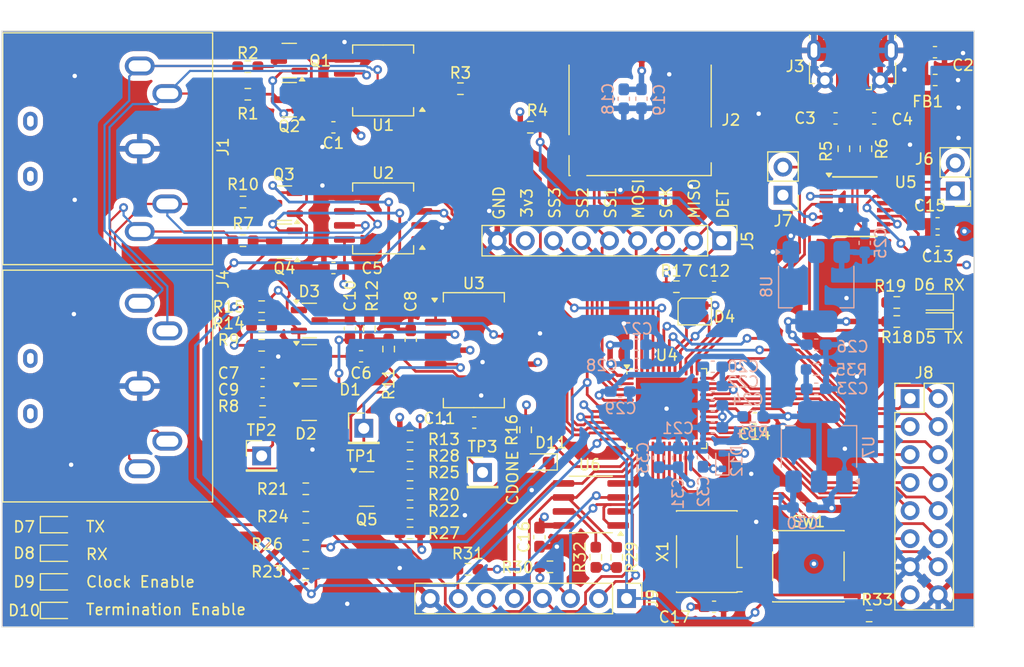
<source format=kicad_pcb>
(kicad_pcb (version 20241229) (generator "pcbnew") (generator_version "9.0")
  (layers (0 "F.Cu" signal) (4 "In1.Cu" power "In1.Cu GND") (6 "In2.Cu" power "In2.Cu 3v3") (2 "B.Cu" mixed) (13 "F.Paste" user) (15 "B.Paste" user) (5 "F.SilkS" user "F.Silkscreen") (7 "B.SilkS" user "B.Silkscreen") (1 "F.Mask" user) (3 "B.Mask" user) (25 "Edge.Cuts" user))
  (net 0 "")
  (net 1 "/V_USB")
  (net 2 "GND")
  (net 3 "/USBD_M")
  (net 4 "/USBD_P")
  (net 5 "+5V")
  (net 6 "+3V3")
  (net 7 "/VDD_TX")
  (net 8 "Net-(D3-COM)")
  (net 9 "+1V2")
  (net 10 "+2V5")
  (net 11 "/VCCPLL")
  (net 12 "Net-(D9-A)")
  (net 13 "Net-(D1-COM)")
  (net 14 "Net-(D1-K)")
  (net 15 "Net-(D2-COM)")
  (net 16 "Net-(U3B--)")
  (net 17 "/TERM_EN_9V")
  (net 19 "Net-(D5-K)")
  (net 20 "Net-(D6-K)")
  (net 21 "Net-(D8-A)")
  (net 22 "Net-(D10-A)")
  (net 23 "Net-(D4-A)")
  (net 24 "Net-(D5-A)")
  (net 25 "Net-(D6-A)")
  (net 26 "Net-(D7-A)")
  (net 27 "/LED_R")
  (net 28 "/LED_G")
  (net 29 "/LED_B")
  (net 30 "/ECONET_TERM_EN")
  (net 31 "Net-(D11-A)")
  (net 33 "/DATA-")
  (net 34 "/CLK-")
  (net 35 "/CLK+")
  (net 36 "/DATA+")
  (net 37 "/{slash}SD_DETECT")
  (net 38 "/SD_CS")
  (net 39 "/SD_SCK")
  (net 40 "/SD_MOSI")
  (net 42 "/SD_MISO")
  (net 44 "/FLASH_CS")
  (net 45 "/FLASH_MOSI")
  (net 46 "/CDONE")
  (net 47 "/{slash}CRESET")
  (net 48 "/FLASH_SCK")
  (net 49 "/FLASH_MISO")
  (net 50 "/SPI_SS1")
  (net 51 "/SPI_SS2")
  (net 52 "/UART_CBUS3")
  (net 53 "/UART_CBUS0")
  (net 54 "/GPIO_31")
  (net 55 "/GPIO_28")
  (net 56 "/GPIO_27")
  (net 57 "/GPIO_32")
  (net 58 "/GPIO_21")
  (net 59 "/GPIO_23")
  (net 60 "/GPIO_34")
  (net 61 "/GPIO_35")
  (net 62 "/GPIO_36")
  (net 63 "/GPIO_25")
  (net 64 "/GPIO_26")
  (net 65 "/UART_CTS")
  (net 66 "/UART_RTS")
  (net 67 "/COLLISION_DETECT")
  (net 68 "/COLLISION_DETECT_5V")
  (net 69 "/TERM_LO")
  (net 70 "Net-(Q2-D)")
  (net 71 "Net-(Q3-D)")
  (net 72 "/TERM_HI")
  (net 73 "Net-(Q1-S)")
  (net 74 "Net-(Q4-D)")
  (net 75 "Net-(Q1-D)")
  (net 76 "/USB-")
  (net 77 "/USB+")
  (net 78 "/ECONET_CLKEN")
  (net 79 "/ECONET_TX_ENABLE")
  (net 80 "/ECONET_RECEIVING")
  (net 81 "Net-(U3C--)")
  (net 82 "Net-(U6-~{WP}{slash}IO2)")
  (net 83 "/COLLISION_REF_PWM")
  (net 84 "Net-(U6-~{HOLD}{slash}IO3)")
  (net 85 "/COL_LVL")
  (net 86 "/COLLISION_MON")
  (net 87 "/V_1V8")
  (net 88 "/V_1V4")
  (net 89 "/12MHZ")
  (net 90 "/ECONET_CLKIO")
  (net 91 "/UART_RX")
  (net 92 "/ECONET_RX")
  (net 93 "/UART_TX")
  (net 94 "/ECONET_TX")
  (net 95 "Net-(U5-3V3OUT)")
  (net 96 "/GPIO_43")
  (net 97 "/GPIO_42")
  (footprint "Capacitor_SMD:C_0603_1608Metric_Pad1.08x0.95mm_HandSolder" (layer "F.Cu") (at 133.9975 105.98 180)
    (property "Reference" "C6")
    (property "Value" "100nF")
  )
  (footprint "Resistor_SMD:R_0603_1608Metric_Pad0.98x0.95mm_HandSolder" (layer "F.Cu") (at 128.9975 120.563333 180)
    (property "Reference" "R24")
    (property "Value" "560")
  )
  (footprint "Resistor_SMD:R_0603_1608Metric_Pad0.98x0.95mm_HandSolder" (layer "F.Cu") (at 142.9975 81.73)
    (property "Reference" "R3")
    (property "Value" "1k")
  )
  (footprint "Resistor_SMD:R_0603_1608Metric_Pad0.98x0.95mm_HandSolder" (layer "F.Cu") (at 155.25 124.1875 90)
    (property "Reference" "R32")
    (property "Value" "1k")
  )
  (footprint "Package_TO_SOT_SMD:SOT-23" (layer "F.Cu") (at 129.31 106.48)
    (property "Reference" "D1")
    (property "Value" "BAT54S")
  )
  (footprint "Resistor_SMD:R_0603_1608Metric_Pad0.98x0.95mm_HandSolder" (layer "F.Cu") (at 143.675 125.275)
    (property "Reference" "R31")
    (property "Value" "1k")
  )
  (footprint "Resistor_SMD:R_0603_1608Metric_Pad0.98x0.95mm_HandSolder" (layer "F.Cu") (at 138.435 120.23)
    (property "Reference" "R22")
    (property "Value" "1k")
  )
  (footprint "LED_SMD:LED_0603_1608Metric_Pad1.05x0.95mm_HandSolder" (layer "F.Cu") (at 106.625 126.41)
    (property "Reference" "D9")
    (property "Value" "LED")
  )
  (footprint "Resistor_SMD:R_0603_1608Metric_Pad0.98x0.95mm_HandSolder" (layer "F.Cu") (at 136.4975 105.3175 -90)
    (property "Reference" "R11")
    (property "Value" "1k")
  )
  (footprint "Resistor_SMD:R_0603_1608Metric_Pad0.98x0.95mm_HandSolder" (layer "F.Cu") (at 134.7475 103.48 90)
    (property "Reference" "R12")
    (property "Value" "5k1")
  )
  (footprint "Capacitor_SMD:C_0603_1608Metric_Pad1.08x0.95mm_HandSolder" (layer "F.Cu") (at 132.9975 103.48 -90)
    (property "Reference" "C10")
    (property "Value" "100nF")
  )
  (footprint "Connector_PinHeader_2.54mm:PinHeader_1x02_P2.54mm_Vertical" (layer "F.Cu") (at 187.8 91 180)
    (property "Reference" "J6")
    (property "Value" "Conn_01x02_Pin")
  )
  (footprint "Resistor_SMD:R_0603_1608Metric_Pad0.98x0.95mm_HandSolder" (layer "F.Cu") (at 149.3266 85.217 180)
    (property "Reference" "R4")
    (property "Value" "1k")
  )
  (footprint "Resistor_SMD:R_0603_1608Metric_Pad0.98x0.95mm_HandSolder" (layer "F.Cu") (at 128.9975 117.98 180)
    (property "Reference" "R21")
    (property "Value" "560")
  )
  (footprint "Resistor_SMD:R_0603_1608Metric_Pad0.98x0.95mm_HandSolder" (layer "F.Cu") (at 138.435 118.48 180)
    (property "Reference" "R20")
    (property "Value" "1k")
  )
  (footprint "Capacitor_SMD:C_0603_1608Metric_Pad1.08x0.95mm_HandSolder" (layer "F.Cu") (at 150.15 122.3625 -90)
    (property "Reference" "C16")
    (property "Value" "100nF")
  )
  (footprint "Capacitor_SMD:C_0603_1608Metric_Pad1.08x0.95mm_HandSolder" (layer "F.Cu") (at 186.2 93.925 180)
    (property "Reference" "C15")
    (property "Value" "4.7uF")
  )
  (footprint "Resistor_SMD:R_0603_1608Metric_Pad0.98x0.95mm_HandSolder" (layer "F.Cu") (at 124.9975 103.23 180)
    (property "Reference" "R14")
    (property "Value" "10k")
  )
  (footprint "Connector_PinHeader_2.54mm:PinHeader_1x09_P2.54mm_Vertical" (layer "F.Cu") (at 166.65 95.5 -90)
    (property "Reference" "J5")
    (property "Value" "Conn_01x09_Pin")
  )
  (footprint "Resistor_SMD:R_0603_1608Metric_Pad0.98x0.95mm_HandSolder" (layer "F.Cu") (at 138.435 114.98 180)
    (property "Reference" "R28")
    (property "Value" "1k")
  )
  (footprint "Resistor_SMD:R_0603_1608Metric_Pad0.98x0.95mm_HandSolder" (layer "F.Cu") (at 124.9975 101.48)
    (property "Reference" "R15")
    (property "Value" "36k")
  )
  (footprint "Package_SO:SOIC-8_5.3x6.2mm_P1.27mm" (layer "F.Cu") (at 135.9975 80.98 180)
    (property "Reference" "U1")
    (property "Value" "SN65HVD75")
  )
  (footprint "Connector_USB:USB_Micro-B_Molex-105017-0001" (layer "F.Cu") (at 178.5 79.5 180)
    (property "Reference" "J3")
    (property "Value" "USB_B_Micro")
  )
  (footprint "Resistor_SMD:R_0603_1608Metric_Pad0.98x0.95mm_HandSolder" (layer "F.Cu") (at 162.5475 99.67)
    (property "Reference" "R17")
    (property "Value" "0")
  )
  (footprint "Resistor_SMD:R_0603_1608Metric_Pad0.98x0.95mm_HandSolder" (layer "F.Cu") (at 138.435 116.73)
    (property "Reference" "R25")
    (property "Value" "36k")
  )
  (footprint "Package_SO:SSOP-16_3.9x4.9mm_P0.635mm" (layer "F.Cu") (at 178.71 92.42)
    (property "Reference" "U5")
    (property "Value" "FT230XS")
  )
  (footprint "Capacitor_SMD:C_0603_1608Metric_Pad1.08x0.95mm_HandSolder" (layer "F.Cu") (at 144.2475 111.98)
    (property "Reference" "C11")
    (property "Value" "100nF")
  )
  (footprint "Oscillator:Oscillator_SMD_Abracon_ASV-4Pin_7.0x5.1mm" (layer "F.Cu") (at 165.3 123.67 90)
    (property "Reference" "X1")
    (property "Value" "ASV-xxxMHz")
  )
  (footprint "LED_SMD:LED_0603_1608Metric_Pad1.05x0.95mm_HandSolder" (layer "F.Cu") (at 185.965 101.0475 180)
    (property "Reference" "D6")
    (property "Value" "RX")
  )
  (footprint "Resistor_SMD:R_0603_1608Metric_Pad0.98x0.95mm_HandSolder" (layer "F.Cu") (at 123.7475 79.73 180)
    (property "Reference" "R2")
    (property "Value" "56")
  )
  (footprint "Connector_PinHeader_2.54mm:PinHeader_1x08_P2.54mm_Vertical" (layer "F.Cu") (at 158.04 127.92 -90)
    (property "Reference" "J9")
    (property "Value" "Conn_01x08_Pin")
  )
  (footprint "Capacitor_SMD:C_0603_1608Metric_Pad1.08x0.95mm_HandSolder" (layer "F.Cu") (at 169.65 111.6 180)
    (property "Reference" "C14")
    (property "Value" "100nF")
  )
  (footprint "Capacitor_SMD:C_0603_1608Metric_Pad1.08x0.95mm_HandSolder" (layer "F.Cu") (at 131.4975 97.98)
    (property "Reference" "C5")
    (property "Value" "100nF")
  )
  (footprint "Package_TO_SOT_SMD:SOT-23" (layer "F.Cu") (at 127.4975 79.18 180)
    (property "Reference" "Q1")
    (property "Value" "2N7002")
  )
  (footprint "LED_SMD:LED_0603_1608Metric_Pad1.05x0.95mm_HandSolder" (layer "F.Cu") (at 150.1 115.55 180)
    (property "Reference" "D11")
    (property "Value" "LED")
  )
  (footprint "Connector_PinHeader_2.54mm:PinHeader_1x01_P2.54mm_Vertical" (layer "F.Cu") (at 145 116.5)
    (property "Reference" "TP3")
    (property "Value" "VDD TX TP")
  )
  (footprint "Connector_Card:microSD_HC_Hirose_DM3D-SF" (layer "F.Cu") (at 159.264 83.8176 180)
    (property "Reference" "J2")
    (property "Value" "Micro_SD_Card_Det2")
  )
  (footprint "Button_Switch_SMD:SW_SPST_PTS645" (layer "F.Cu") (at 174.5 125)
    (property "Reference" "SW1")
    (property "Value" "SW_Push")
  )
  (footprint "Package_TO_SOT_SMD:SOT-23" (layer "F.Cu") (at 134.5 118)
    (property "Reference" "Q5")
    (property "Value" "2N7002")
  )
  (footprint "Resistor_SMD:R_0603_1608Metric_Pad0.98x0.95mm_HandSolder" (layer "F.Cu") (at 151.1 125.05)
    (property "Reference" "R30")
    (property "Value" "1k")
  )
  (footprint "LED_SMD:LED_0603_1608Metric_Pad1.05x0.95mm_HandSolder" (layer "F.Cu") (at 106.625 129)
    (property "Reference" "D10")
    (property "Value" "LED")
  )
  (footprint "Package_TO_SOT_SMD:SOT-23" (layer "F.Cu") (at 127.0625 95.55 180)
    (property "Reference" "Q3")
    (property "Value" "2N7002")
  )
  (footprint "Resistor_SMD:R_0603_1608Metric_Pad0.98x0.95mm_HandSolder" (layer "F.Cu") (at 123.7475 82.23)
    (property "Reference" "R1")
    (property "Value" "56")
  )
  (footprint "Capacitor_SMD:C_0603_1608Metric_Pad1.08x0.95mm_HandSolder" (layer "F.Cu") (at 125.085 107.48 180)
    (property "Reference" "C7")
    (property "Value" "100nF")
  )
  (footprint "Resistor_SMD:R_0603_1608Metric_Pad0.98x0.95mm_HandSolder" (layer "F.Cu") (at 148.9 112.6375 -90)
    (property "Reference" "R16")
    (property "Value" "560")
  )
  (footprint "LED_SMD:LED_0603_1608Metric_Pad1.05x0.95mm_HandSolder" (layer "F.Cu") (at 185.95 102.775 180)
    (property "Reference" "D5")
    (property "Value" "TX")
  )
  (footprint "Connector_PinHeader_2.54mm:PinHeader_1x01_P2.54mm_Vertical" (layer "F.Cu") (at 125 115)
    (property "Reference" "TP2")
    (property "Value" "Term En 9V TP")
  )
  (footprint "Package_SO:SOIC-8_5.3x6.2mm_P1.27mm" (layer "F.Cu") (at 135.9975 93.48 180)
    (property "Reference" "U2")
    (property "Value" "SN65HVD75")
  )
  (footprint "Resistor_SMD:R_0603_1608Metric_Pad0.98x0.95mm_HandSolder" (layer "F.Cu") (at 182.5 102.825 180)
    (property "Reference" "R18")
    (property "Value" "560")
  )
  (footprint "Capacitor_SMD:C_0603_1608Metric_Pad1.08x0.95mm_HandSolder" (layer "F.Cu") (at 138.4975 104.48 90)
    (property "Reference" "C8")
    (property "Value" "100nF")
  )
  (footprint "Capacitor_SMD:C_0603_1608Metric_Pad1.08x0.95mm_HandSolder" (layer "F.Cu") (at 165.96 99.67)
    (property "Reference" "C12")
    (property "Value" "100nF")
  )
  (footprint "Resistor_SMD:R_0603_1608Metric_Pad0.98x0.95mm_HandSolder" (layer "F.Cu") (at 125.085 110.98 180)
    (property "Reference" "R8")
    (property "Value" "470k")
  )
  (footprint "Resistor_SMD:R_0603_1608Metric_Pad0.98x0.95mm_HandSolder" (layer "F.Cu") (at 124.9975 104.98)
    (property "Reference" "R9")
    (property "Value" "36k")
  )
  (footprint "Resistor_SMD:R_0603_1608Metric_Pad0.98x0.95mm_HandSolder" (layer "F.Cu") (at 128.9975 123.146666 180)
    (property "Reference" "R26")
    (property "Value" "560")
  )
  (footprint "Capacitor_SMD:C_0603_1608Metric_Pad1.08x0.95mm_HandSolder" (layer "F.Cu") (at 180.46 84.42)
    (property "Reference" "C4")
    (property "Value" "47pF")
  )
  (footprint "Package_TO_SOT_SMD:SOT-23" (layer "F.Cu") (at 127.0625 92.1 180)
    (property "Reference" "Q4")
    (property "Value" "2N7002")
  )
  (footprint "Resistor_SMD:R_0603_1608Metric_Pad0.98x0.95mm_HandSolder" (layer "F.Cu") (at 182.5 101.0975 180)
    (property "Reference" "R19")
    (property "Value" "560")
  )
  (footprint "Resistor_SMD:R_0603_1608Metric_Pad0.98x0.95mm_HandSolder" (layer "F.Cu") (at 138.435 121.98 180)
    (property "Reference" "R27")
    (property "Value" "1k")
  )
  (footprint "Package_TO_SOT_SMD:SOT-23" (layer "F.Cu") (at 129.31 110.23)
    (property "Reference" "D2")
    (property "Value" "BAT54S")
  )
  (footprint "filestick-footprints:Lumberg_DIN41524_5pin" (layer "F.Cu") (at 101.56 87.17 90)
    (property "Reference" "J1")
    (property "Value" "DIN-5_180degree")
  )
  (footprint "Capacitor_SMD:C_0603_1608Metric_Pad1.08x0.95mm_HandSolder" (layer "F.Cu") (at 125.085 109.23 180)
    (property "Reference" "C9")
    (property "Value" "100nF")
  )
  (footprint "Inductor_SMD:L_0603_1608Metric_Pad1.05x0.95mm_HandSolder" (layer "F.Cu") (at 185.98 80.94)
    (property "Reference" "FB1")
    (property "Value" "FerriteBead")
  )
  (footprint "Resistor_SMD:R_0603_1608Metric_Pad0.98x0.95mm_HandSolder" (layer "F.Cu") (at 177.71 87.17 -90)
    (property "Reference" "R5")
    (property "Value" "27")
  )
  (footprint "Capacitor_SMD:C_0603_1608Metric_Pad1.08x0.95mm_HandSolder" (layer "F.Cu") (at 186.2 95.5 180)
    (property "Reference" "C13")
    (property "Value" "100nF")
  )
  (footprint "Capacitor_SMD:C_0603_1608Metric_Pad1.08x0.95mm_HandSolder" (layer "F.Cu") (at 176.96 84.42 180)
    (property "Reference" "C3")
    (property "Value" "47pF")
  )
  (footprint "Package_TO_SOT_SMD:SOT-23" (layer "F.Cu") (at 127.4975 82.73 180)
    (property "Reference" "Q2")
    (property "Value" "2N7002")
  )
  (footprint "filestick-footprints:Lumberg_DIN41524_5pin" (layer "F.Cu") (at 101.56 108.67 90)
    (property "Reference" "J4")
    (property "Value" "DIN-5_180degree")
  )
  (footprint "Capacitor_SMD:C_0603_1608Metric_Pad1.08x0.95mm_HandSolder" (layer "F.Cu") (at 131.4975 85.23 180)
    (property "Reference" "C1")
    (property "Value" "100nF")
  )
  (footprint "Package_DFN_QFN:QFN-48-1EP_7x7mm_P0.5mm_EP5.6x5.6mm" (layer "F.Cu") (at 161.6795 110.7066)
    (property "Reference" "U4")
    (property "Value" "ICE40UP5K-SG48ITR")
  )
  (footprint "LED_SMD:LED_0603_1608Metric_Pad1.05x0.95mm_HandSolder" (layer "F.Cu") (at 106.625 121.23)
    (property "Reference" "D7")
    (property "Value" "LED")
  )
  (footprint "Resistor_SMD:R_0603_1608Metric_Pad0.98x0.95mm_HandSolder" (layer "F.Cu") (at 128.9975 125.73 180)
    (property "Reference" "R23")
    (property "Value" "560")
  )
  (footprint "Resistor_SMD:R_0603_1608Metric_Pad0.98x0.95mm_HandSolder" (layer "F.Cu") (at 123.3125 92 180)
    (property "Reference" "R10")
    (property "Value" "56")
  )
  (footprint "Resistor_SMD:R_0603_1608Metric_Pad0.98x0.95mm_HandSolder" (layer "F.Cu") (at 157.15 124.2 90)
    (property "Reference" "R29")
    (property "Value" "1k")
  )
  (footprint "Package_SO:SOIC-8_3.9x4.9mm_P1.27mm" (layer "F.Cu") (at 154.8 119.4 180)
    (property "Reference" "U6")
    (property "Value" "AT25SF081-SSHD-X")
  )
  (footprint "Package_TO_SOT_SMD:SOT-23" (layer "F.Cu") (at 129.31 102.73)
    (property "Reference" "D3")
    (property "Value" "BAT54S")
  )
  (footprint "Capacitor_SMD:C_0603_1608Metric_Pad1.08x0.95mm_HandSolder" (layer "F.Cu") (at 185.96 78.42)
    (property "Reference" "C2")
    (property "Value" "10nF")
  )
  (footprint "LED_SMD:LED_0603_1608Metric_Pad1.05x0.95mm_HandSolder" (layer "F.Cu") (at 106.625 123.82)
    (property "Reference" "D8")
    (property "Value" "LED")
  )
  (footprint "Connector_PinHeader_2.54mm:PinHeader_2x08_P2.54mm_Vertical" (layer "F.Cu") (at 183.71 109.8)
    (property "Reference" "J8")
    (property "Value" "Conn_02x08_Odd_Even")
  )
  (footprint "Connector_PinHeader_2.54mm:PinHeader_1x02_P2.54mm_Vertical" (layer "F.Cu") (at 172.2 91.375 180)
    (property "Reference" "J7")
    (property "Value" "Conn_01x02_Pin")
  )
  (footprint "Resistor_SMD:R_0603_1608Metric_Pad0.98x0.95mm_HandSolder" (layer "F.Cu") (at 180 129.5 180)
    (property "Reference" "R33")
    (property "Value" "10k")
  )
  (footprint "Resistor_SMD:R_0603_1608Metric_Pad0.98x0.95mm_HandSolder" (layer "F.Cu") (at 138.435 113.23)
    (property "Reference" "R13")
    (property "Value" "1R0")
  )
  (footprint "Capacitor_SMD:C_0603_1608Metric_Pad1.08x0.95mm_HandSolder" (layer "F.Cu") (at 165.96 128.67)
    (property "Reference" "C17")
    (property "Value" "100nF")
  )
  (footprint "LED_SMD:LED_Cree-PLCC4_2x2mm_CW" (layer "F.Cu") (at 164.21 101.92)
    (property "Reference" "D4")
    (property "Value" "LED_ABGR CLMVC-FKA-CLBDGL7LBB79353")
  )
  (footprint "Connector_PinHeader_2.54mm:PinHeader_1x01_P2.54mm_Vertical" (layer "F.Cu") (at 134.2475 112.5)
    (property "Reference" "TP1")
    (property "Value" "Collision Mon TP")
  )
  (footprint "Package_SO:SO-14_5.3x10.2mm_P1.27mm" (layer "F.Cu") (at 144.21 105.42)
    (property "Reference" "U3")
    (property "Value" "LMV324")
  )
  (footprint "Resistor_SMD:R_0603_1608Metric_Pad0.98x0.95mm_HandSolder" (layer "F.Cu") (at 123.3125 95.5 180)
    (property "Reference" "R7")
    (property "Value" "56")
  )
  (footprint "Resistor_SMD:R_0603_1608Metric_Pad0.98x0.95mm_HandSolder" (layer "F.Cu") (at 179.71 87.17 -90)
    (property "Reference" "R6")
    (property "Value" "27")
  )
  (footprint "Capacitor_SMD:C_0603_1608Metric_Pad1.08x0.95mm_HandSolder" (layer "B.Cu") (at 157.46 109.17 180)
    (property "Reference" "C29")
    (property "Value" "100nF")
  )
  (footprint "Capacitor_SMD:C_0603_1608Metric_Pad1.08x0.95mm_HandSolder" (layer "B.Cu") (at 173.96 119.67)
    (property "Reference" "C30")
    (property "Value" "100nF")
  )
  (footprint "Capacitor_SMD:C_0603_1608Metric_Pad1.08x0.95mm_HandSolder" (layer "B.Cu") (at 175.21 104.92)
    (property "Reference" "C26")
    (property "Value" "10uF")
  )
  (footprint "Capacitor_SMD:C_0603_1608Metric_Pad1.08x0.95mm_HandSolder" (layer "B.Cu") (at 179.6 95.7 90)
    (property "Reference" "C25")
    (property "Value" "100nF")
  )
  (footprint "Capacitor_SMD:C_0603_1608Metric_Pad1.08x0.95mm_HandSolder" (layer "B.Cu") (at 158.96 104.92 180)
    (property "Reference" "C27")
    (property "Value" "4.7uF")
  )
  (footprint "Capacitor_SMD:C_0603_1608Metric_Pad1.08x0.95mm_HandSolder" (layer "B.Cu") (at 165.8475 110.42 180)
    (property "Reference" "C24")
    (property "Value" "100nF")
  )
  (footprint "Capacitor_SMD:C_0603_1608Metric_Pad1.08x0.95mm_HandSolder" (layer "B.Cu") (at 175.21 108.92)
    (property "Reference" "C23")
    (property "Value" "10uF")
  )
  (footprint "Resistor_SMD:R_0603_1608Metric_Pad0.98x0.95mm_HandSolder" (layer "B.Cu") (at 175.21 107.17)
    (property "Reference" "R35")
    (property "Value" "120")
  )
  (footprint "Capacitor_SMD:C_0603_1608Metric_Pad1.08x0.95mm_HandSolder" (layer "B.Cu") (at 164.96 115.115 90)
    (property "Reference" "C32")
    (property "Value" "100nF")
  )
  (footprint "Capacitor_SMD:C_0603_1608Metric_Pad1.08x0.95mm_HandSolder" (layer "B.Cu") (at 162.71 115.17 -90)
    (property "Reference" "C31")
    (property "Value" "100nF")
  )
  (footprint "Capacitor_SMD:C_0603_1608Metric_Pad1.08x0.95mm_HandSolder" (layer "B.Cu") (at 157.7848 82.6516 -90)
    (property "Reference" "C18")
    (property "Value" "100nF")
  )
  (footprint "Package_TO_SOT_SMD:SOT-223-3_TabPin2" (layer "B.Cu") (at 175.21 99.67 -90)
    (property "Reference" "U8")
    (property "Value" "LD1117S33TR_SOT223")
  )
  (footprint "Capacitor_SMD:C_0603_1608Metric_Pad1.08x0.95mm_HandSolder" (layer "B.Cu") (at 165.8475 108.67)
    (property "Reference" "C22")
    (property "Value" "4.7uF")
  )
  (footprint "Capacitor_SMD:C_0603_1608Metric_Pad1.08x0.95mm_HandSolder" (layer "B.Cu") (at 165.8475 112.42 180)
    (property "Reference" "C21")
    (property "Value" "4.7uF")
  )
  (footprint "Resistor_SMD:R_0603_1608Metric_Pad0.98x0.95mm_HandSolder" (layer "B.Cu") (at 169.46 111.42)
    (property "Reference" "R34")
    (property "Value" "100R")
  )
  (footprint "Capacitor_SMD:C_0603_1608Metric_Pad1.08x0.95mm_HandSolder" (layer "B.Cu") (at 158.96 106.67 180)
    (property "Reference" "C28")
    (property "Value" "100nF")
  )
  (footprint "Package_TO_SOT_SMD:SOT-223-3_TabPin2" (layer "B.Cu") (at 175.46 114.17 90)
    (property "Reference" "U7")
    (property "Value" "LD1117S12TR_SOT223")
  )
  (footprint "Diode_SMD:D_SOD-523" (layer "B.Cu") (at 166.71 115.47 90)
    (property "Reference" "D12")
    (property "Value" "1N4148WT")
  )
  (footprint "Capacitor_SMD:C_0603_1608Metric_Pad1.08x0.95mm_HandSolder" (layer "B.Cu") (at 159.3848 82.6391 -90)
    (property "Reference" "C19")
    (property "Value" "4.7uF")
  )
  (footprint "Capacitor_SMD:C_0603_1608Metric_Pad1.08x0.95mm_HandSolder" (layer "B.Cu") (at 165.8475 106.92)
    (property "Reference" "C20")
    (property "Value" "100nF")
  )
  (footprint "Capacitor_SMD:C_0603_1608Metric_Pad1.08x0.95mm_HandSolder" (layer "B.Cu") (at 160.96 115.17 -90)
    (property "Reference" "C33")
    (property "Value" "4.7uF")
  )
  (gr_line (start 189.5 76.5) (end 182.5 76.5) (stroke (width 0.1)) (layer "Edge.Cuts"))
  (gr_line (start 174.5 76.5) (end 101.5 76.5) (stroke (width 0.1)) (layer "Edge.Cuts"))
  (gr_line (start 101.5 76.5) (end 101.5 130.5) (stroke (width 0.1)) (layer "Edge.Cuts"))
  (gr_line (start 101.5 130.5) (end 189.5 130.5) (stroke (width 0.1)) (layer "Edge.Cuts"))
  (gr_line (start 189.5 130.5) (end 189.5 76.5) (stroke (width 0.1)) (layer "Edge.Cuts"))
  (gr_line (start 182.5 76.5) (end 174.5 76.5) (stroke (width 0.1)) (layer "Edge.Cuts"))
  (gr_text "RX" (at 186.6 100.1 0) (layer "F.SilkS") (effects (font (size 1 1)) (justify left bottom)))
  (gr_text "GND" (at 147.075 93.7 90) (layer "F.SilkS") (effects (font (size 1 1)) (justify left bottom)))
  (gr_text "TX" (at 109 122 0) (layer "F.SilkS") (effects (font (size 1 1)) (justify left bottom)))
  (gr_text "SS3" (at 152.125 93.6 90) (layer "F.SilkS") (effects (font (size 1 1)) (justify left bottom)))
  (gr_text "MOSI" (at 159.7 93.6 90) (layer "F.SilkS") (effects (font (size 1 1)) (justify left bottom)))
  (gr_text "CDONE" (at 148.3 119.6 90) (layer "F.SilkS") (effects (font (size 1 1)) (justify left bottom)))
  (gr_text "Clock Enable" (at 109 127 0) (layer "F.SilkS") (effects (font (size 1 1)) (justify left bottom)))
  (gr_text "SCK" (at 162.225 93.6 90) (layer "F.SilkS") (effects (font (size 1 1)) (justify left bottom)))
  (gr_text "Termination Enable" (at 109 129.5 0) (layer "F.SilkS") (effects (font (size 1 1)) (justify left bottom)))
  (gr_text "DET" (at 167.35 93.6 90) (layer "F.SilkS") (effects (font (size 1 1)) (justify left bottom)))
  (gr_text "SS2" (at 154.65 93.6 90) (layer "F.SilkS") (effects (font (size 1 1)) (justify left bottom)))
  (gr_text "RX" (at 109 124.5 0) (layer "F.SilkS") (effects (font (size 1 1)) (justify left bottom)))
  (gr_text "TX" (at 186.7 104.9 0) (layer "F.SilkS") (effects (font (size 1 1)) (justify left bottom)))
  (gr_text "SS1" (at 157.175 93.6 90) (layer "F.SilkS") (effects (font (size 1 1)) (justify left bottom)))
  (gr_text "MISO" (at 164.75 93.6 90) (layer "F.SilkS") (effects (font (size 1 1)) (justify left bottom)))
  (gr_text "3v3" (at 149.6 93.5 90) (layer "F.SilkS") (effects (font (size 1 1)) (justify left bottom)))
  (segment (start 180.8625 82.5) (end 183 82.5) (width 0.5) (layer "F.Cu") (net 1))
  (segment (start 179.8 80.9625) (end 179.8 81.4375) (width 0.25) (layer "F.Cu") (net 1))
  (segment (start 179.8 81.4375) (end 180.8625 82.5) (width 0.25) (layer "F.Cu") (net 1))
  (segment (start 184.56 80.94) (end 185.105 80.94) (width 0.5) (layer "F.Cu") (net 1))
  (segment (start 183 82.5) (end 184.56 80.94) (width 0.5) (layer "F.Cu") (net 1))
  (segment (start 185.0975 80.9325) (end 185.105 80.94) (width 0.25) (layer "F.Cu") (net 1))
  (segment (start 185.0975 78.42) (end 185.0975 80.9325) (width 0.5) (layer "F.Cu") (net 1))
  (segment (start 157.275 117.495) (end 158.655 117.495) (width 0.5) (layer "F.Cu") (net 2))
  (segment (start 139.4975 94.115) (end 141.115 94.115) (width 0.5) (layer "F.Cu") (net 2))
  (segment (start 177.2 80.9625) (end 177.2 82) (width 0.25) (layer "F.Cu") (net 2))
  (segment (start 176.11 92.7375) (end 177.4375 92.7375) (width 0.25) (layer "F.Cu") (net 2))
  (segment (start 146.33 93.53) (end 145.6 92.8) (width 0.5) (layer "F.Cu") (net 2))
  (segment (start 164.914 87.6926) (end 164.914 86.5176) (width 0.5) (layer "F.Cu") (net 2))
  (segment (start 181 80.9625) (end 182.2375 80.9625) (width 0.5) (layer "F.Cu") (net 2))
  (segment (start 143.325 120.3) (end 143.4 120.375) (width 0.5) (layer "F.Cu") (net 2))
  (segment (start 181.31 92.1025) (end 182.8975 92.1025) (width 0.25) (layer "F.Cu") (net 2))
  (segment (start 182.8975 92.1025) (end 182.9 92.1) (width 0.25) (layer "F.Cu") (net 2))
  (segment (start 141.115 94.115) (end 141.325 94.325) (width 0.5) (layer "F.Cu") (net 2))
  (segment (start 150.975 115.55) (end 150.975 116.575) (width 0.5) (layer "F.Cu") (net 2))
  (segment (start 150.15 123.225) (end 151.725 123.225) (width 0.5) (layer "F.Cu") (net 2))
  (segment (start 150.975 116.575) (end 149.45 118.1) (width 0.5) (layer "F.Cu") (net 2))
  (segment (start 140.26 127.92) (end 137.5 125.16) (width 0.5) (layer "F.Cu") (net 2))
  (segment (start 164.914 86.5176) (end 165.239 86.1926) (width 0.5) (layer "F.Cu") (net 2))
  (segment (start 170.3125 111.4) (end 171.2 111.4) (width 0.25) (layer "F.Cu") (net 2))
  (segment (start 146.33 95.5) (end 146.33 93.53) (width 0.5) (layer "F.Cu") (net 2))
  (segment (start 177.2 82) (end 176.6375 82.5625) (width 0.25) (layer "F.Cu") (net 2))
  (segment (start 140.73 120.23) (end 140.8 120.3) (width 0.5) (layer "F.Cu") (net 2))
  (segment (start 171.2 111.4) (end 172.2 112.4) (width 0.25) (layer "F.Cu") (net 2))
  (segment (start 161.9 80.425) (end 161.589 80.114) (width 0.5) (layer "F.Cu") (net 2))
  (segment (start 181 80.9625) (end 181 79.2625) (width 0.5) (layer "F.Cu") (net 2))
  (segment (start 177.4375 92.7375) (end 177.45 92.725) (width 0.25) (layer "F.Cu") (net 2))
  (segment (start 182.2375 80.9625) (end 183.2 80) (width 0.5) (layer "F.Cu") (net 2))
  (segment (start 184.275 92.1) (end 184.4 91.975) (width 0.25) (layer "F.Cu") (net 2))
  (segment (start 139.3475 120.23) (end 140.73 120.23) (width 0.5) (layer "F.Cu") (net 2))
  (segment (start 158.655 117.495) (end 159.45 116.7) (width 0.5) (layer "F.Cu") (net 2))
  (segment (start 140.8 120.3) (end 143.325 120.3) (width 0.5) (layer "F.Cu") (net 2))
  (segment (start 181 79.2625) (end 182 78.2625) (width 0.5) (layer "F.Cu") (net 2))
  (segment (start 182.9 92.1) (end 184.275 92.1) (width 0.25) (layer "F.Cu") (net 2))
  (segment (start 161.589 80.114) (end 161.589 78.4676) (width 0.5) (layer "F.Cu") (net 2))
  (via (at 172.2 112.4) (size 0.8) (drill 0.4) (layers "F.Cu" "B.Cu") (net 2))
  (via (at 145.6 92.8) (size 0.8) (drill 0.4) (layers "F.Cu" "B.Cu") (net 2))
  (via (at 108.075 91.8) (size 0.8) (drill 0.4) (layers "F.Cu" "B.Cu") (net 2))
  (via (at 161.9 80.425) (size 0.8) (drill 0.4) (layers "F.Cu" "B.Cu") (net 2))
  (via (at 169.325 116.625) (size 0.8) (drill 0.4) (layers "F.Cu" "B.Cu") (net 2))
  (via (at 141.325 94.325) (size 0.8) (drill 0.4) (layers "F.Cu" "B.Cu") (net 2))
  (via (at 176.6 119.725) (size 0.8) (drill 0.4) (layers "F.Cu" "B.Cu") (net 2))
  (via (at 177.95 100.7) (size 0.8) (drill 0.4) (layers "F.Cu" "B.Cu") (net 2))
  (via (at 126.5 106) (size 0.8) (drill 0.4) (layers "F.Cu" "B.Cu") (net 2))
  (via (at 144.875 109.525) (size 0.8) (drill 0.4) (layers "F.Cu" "B.Cu") (net 2))
  (via (at 149.45 118.1) (size 0.8) (drill 0.4) (layers "F.Cu" "B.Cu") (net 2))
  (via (at 132.75 128.4) (size 0.8) (drill 0.4) (layers "F.Cu" "B.Cu") (net 2))
  (via (at 132.5 77.5) (size 0.8) (drill 0.4) (layers "F.Cu" "B.Cu") (net 2))
  (via (at 175 124.775) (size 0.8) (drill 0.4) (layers "F.Cu" "B.Cu") (net 2))
  (via (at 141.5 112) (size 0.8) (drill 0.4) (layers "F.Cu" "B.Cu") (net 2))
  (via (at 163.8566 90.586) (size 0.8) (drill 0.4) (layers "F.Cu" "B.Cu") (net 2))
  (via (at 177.8 114.35) (size 0.8) (drill 0.4) (layers "F.Cu" "B.Cu") (net 2))
  (via (at 188.625 94.65) (size 0.8) (drill 0.4) (layers "F.Cu" "B.Cu") (net 2))
  (via (at 170 84) (size 0.8) (drill 0.4) (layers "F.Cu" "B.Cu") (net 2))
  (via (at 157.8 103) (size 0.8) (drill 0.4) (layers "F.Cu" "B.Cu") (net 2))
  (via (at 183.7 86.8) (size 0.8) (drill 0.4) (layers "F.Cu" "B.Cu") (net 2))
  (via (at 177.95 104.9) (size 0.8) (drill 0.4) (layers "F.Cu" "B.Cu") (net 2))
  (via (at 178.9 107.8) (size 0.8) (drill 0.4) (layers "F.Cu" "B.Cu") (net 2))
  (via (at 129.6 114.425) (size 0.8) (drill 0.4) (layers "F.Cu" "B.Cu") (net 2))
  (via (at 177.45 92.725) (size 0.8) (drill 0.4) (layers "F.Cu" "B.Cu") (net 2))
  (via (at 130.5 90.5) (size 0.8) (drill 0.4) (layers "F.Cu" "B.Cu") (net 2))
  (via (at 157.475 90.9) (size 0.8) (drill 0.4) (layers "F.Cu" "B.Cu") (net 2))
  (via (at 145 106.5) (size 0.8) (drill 0.4) (layers "F.Cu" "B.Cu") (net 2))
  (via (at 151.725 123.225) (size 0.8) (drill 0.4) (layers "F.Cu" "B.Cu") (net 2))
  (via (at 137.5 125.16) (size 0.8) (drill 0.4) (layers "F.Cu" "B.Cu") (net 2))
  (via (at 108.075 80.575) (size 0.8) (drill 0.4) (layers "F.Cu" "B.Cu") (net 2))
  (via (at 169.775 120.975) (size 0.8) (drill 0.4) (layers "F.Cu" "B.Cu") (net 2))
  (via (at 171.28 96.52) (size 0.8) (drill 0.4) (layers "F.Cu" "B.Cu") (net 2))
  (via (at 130.5 87) (size 0.8) (drill 0.4) (layers "F.Cu" "B.Cu") (net 2))
  (via (at 143.4 120.375) (size 0.8) (drill 0.4) (layers "F.Cu" "B.Cu") (net 2))
  (via (at 150.2 103.9) (size 0.8) (drill 0.4) (layers "F.Cu" "B.Cu") (net 2))
  (via (at 188.5 78.5) (size 0.8) (drill 0.4) (layers "F.Cu" "B.Cu") (net 2))
  (via (at 161.66 110.72) (size 0.8) (drill 0.4) (layers "F.Cu" "B.Cu") (net 2))
  (via (at 184.4 91.975) (size 0.8) (drill 0.4) (layers "F.Cu" "B.Cu") (net 2))
  (via (at 183.2 80) (size 0.8) (drill 0.4) (layers "F.Cu" "B.Cu") (net 2))
  (via (at 159.45 116.7) (size 0.8) (drill 0.4) (layers "F.Cu" "B.Cu") (net 2))
  (via (at 108 102.15) (size 0.8) (drill 0.4) (layers "F.Cu" "B.Cu") (net 2))
  (via (at 107.75 115.8) (size 0.8) (drill 0.4) (layers "F.Cu" "B.Cu") (net 2))
  (via (at 172.91 95.05) (size 0.8) (drill 0.4) (layers "F.Cu" "B.Cu") (net 2))
  (segment (start 160.43 106.67) (end 159.8225 106.67) (width 0.5) (layer "B.Cu") (net 2))
  (segment (start 186.25 127.58) (end 186.25 129.55) (width 0.5) (layer "B.Cu") (net 2))
  (segment (start 176.1225 108.87) (end 176.0725 108.92) (width 0.5) (layer "B.Cu") (net 2))
  (segment (start 159.8225 104.92) (end 159.8225 103.8225) (width 0.5) (layer "B.Cu") (net 2))
  (segment (start 163.71 108.67) (end 161.66 110.72) (width 0.5) (layer "B.Cu") (net 2))
  (segment (start 159 103) (end 157.8 103) (width 0.5) (layer "B.Cu") (net 2))
  (segment (start 176.545 119.67) (end 174.8225 119.67) (width 0.5) (layer "B.Cu") (net 2))
  (segment (start 172.91 96.52) (end 171.28 96.52) (width 0.5) (layer "B.Cu") (net 2))
  (segment (start 176.6 119.725) (end 176.6 118.48) (width 0.5) (layer "B.Cu") (net 2))
  (segment (start 172.91 96.52) (end 172.91 95.05) (width 0.5) (layer "B.Cu") (net 2))
  (segment (start 176.6 118.48) (end 177.76 117.32) (width 0.5) (layer "B.Cu") (net 2))
  (segment (start 159.8225 104.92) (end 160.62 104.92) (width 0.5) (layer "B.Cu") (net 2))
  (segment (start 159.8225 103.8225) (end 159 103) (width 0.5) (layer "B.Cu") (net 2))
  (segment (start 161.1 106) (end 160.43 106.67) (width 0.5) (layer "B.Cu") (net 2))
  (segment (start 186.25 129.55) (end 186.2 129.6) (width 0.5) (layer "B.Cu") (net 2))
  (segment (start 160.62 104.92) (end 161.1 105.4) (width 0.5) (layer "B.Cu") (net 2))
  (segment (start 176.6 119.725) (end 176.545 119.67) (width 0.5) (layer "B.Cu") (net 2))
  (segment (start 161.1 105.4) (end 161.1 106) (width 0.5) (layer "B.Cu") (net 2))
  (segment (start 176.1225 107.17) (end 176.1225 108.87) (width 0.5) (layer "B.Cu") (net 2))
  (segment (start 164.985 108.67) (end 163.71 108.67) (width 0.5) (layer "B.Cu") (net 2))
  (segment (start 164.985 106.92) (end 164.985 108.67) (width 0.5) (layer "B.Cu") (net 2))
  (segment (start 179.15 83.9725) (end 179.5975 84.42) (width 0.25) (layer "F.Cu") (net 3))
  (segment (start 179.71 84.5325) (end 179.5975 84.42) (width 0.25) (layer "F.Cu") (net 3))
  (segment (start 179.15 80.9625) (end 179.15 83.9725) (width 0.25) (layer "F.Cu") (net 3))
  (segment (start 179.71 86.2575) (end 179.71 84.5325) (width 0.25) (layer "F.Cu") (net 3))
  (segment (start 177.71 86.2575) (end 177.71 84.5325) (width 0.25) (layer "F.Cu") (net 4))
  (segment (start 178.5 83.7425) (end 177.8225 84.42) (width 0.25) (layer "F.Cu") (net 4))
  (segment (start 178.5 80.9625) (end 178.5 83.7425) (width 0.25) (layer "F.Cu") (net 4))
  (segment (start 177.71 84.5325) (end 177.8225 84.42) (width 0.25) (layer "F.Cu") (net 4))
  (segment (start 188.04 80.94) (end 188.05 80.95) (width 0.5) (layer "F.Cu") (net 5))
  (segment (start 185.3125 95.325) (end 185.3125 96.4125) (width 0.5) (layer "F.Cu") (net 5))
  (segment (start 186.855 80.94) (end 188.04 80.94) (width 0.5) (layer "F.Cu") (net 5))
  (segment (start 186.8425 86.19) (end 188.09 86.19) (width 0.5) (layer "F.Cu") (net 5))
  (segment (start 181.31 92.7375) (end 183.3125 92.7375) (width 0.25) (layer "F.Cu") (net 5))
  (segment (start 138.4975 105.3425) (end 140.67 105.3425) (width 0.5) (layer "F.Cu") (net 5))
  (segment (start 186.855 83.4275) (end 186.8425 83.44) (width 0.5) (layer "F.Cu") (net 5))
  (segment (start 186.8425 86.19) (end 186.8425 83.44) (width 0.5) (layer "F.Cu") (net 5))
  (segment (start 185.3125 93.95) (end 185.3375 93.925) (width 0.5) (layer "F.Cu") (net 5))
  (segment (start 184.5 93.925) (end 183.575 93) (width 0.5) (layer "F.Cu") (net 5))
  (segment (start 185.3375 93.925) (end 184.5 93.925) (width 0.5) (layer "F.Cu") (net 5))
  (segment (start 188.09 83.44) (end 188.1 83.45) (width 0.5) (layer "F.Cu") (net 5))
  (segment (start 183.3125 92.7375) (end 183.575 93) (width 0.25) (layer "F.Cu") (net 5))
  (segment (start 140.67 105.3425) (end 140.7475 105.42) (width 0.5) (layer "F.Cu") (net 5))
  (segment (start 140.7475 105.42) (end 143.87 105.42) (width 0.5) (layer "F.Cu") (net 5))
  (segment (start 186.8425 83.44) (end 188.09 83.44) (width 0.5) (layer "F.Cu") (net 5))
  (segment (start 185.3125 95.325) (end 185.3125 93.95) (width 0.5) (layer "F.Cu") (net 5))
  (segment (start 186.855 80.94) (end 186.855 83.4275) (width 0.5) (layer "F.Cu") (net 5))
  (via (at 143.87 105.42) (size 0.8) (drill 0.4) (layers "F.Cu" "B.Cu") (net 5))
  (via (at 185.3125 96.4125) (size 0.8) (drill 0.4) (layers "F.Cu" "B.Cu") (net 5))
  (via (at 188.1 83.45) (size 0.8) (drill 0.4) (layers "F.Cu" "B.Cu") (net 5))
  (via (at 188.09 86.19) (size 0.8) (drill 0.4) (layers "F.Cu" "B.Cu") (net 5))
  (via (at 188.05 80.95) (size 0.8) (drill 0.4) (layers "F.Cu" "B.Cu") (net 5))
  (segment (start 173.0975 119.67) (end 173.0975 117.3825) (width 0.5) (layer "B.Cu") (net 5))
  (segment (start 173.0975 117.3825) (end 173.16 117.32) (width 0.5) (layer "B.Cu") (net 5))
  (segment (start 183.71 125.04) (end 181.24 125.04) (width 0.5) (layer "B.Cu") (net 5))
  (segment (start 181.24 125.04) (end 181.2 125) (width 0.5) (layer "B.Cu") (net 5))
  (segment (start 157.6 107.7) (end 157.87 107.97) (width 0.25) (layer "F.Cu") (net 6))
  (segment (start 163.3 126.21) (end 163.3 126.8725) (width 0.5) (layer "F.Cu") (net 6))
  (segment (start 133.23 85.23) (end 134 86) (width 0.5) (layer "F.Cu") (net 6))
  (segment (start 165.0975 109.47) (end 165.755507 109.47) (width 0.25) (layer "F.Cu") (net 6))
  (segment (start 177.92 102.82) (end 181.7325 102.82) (width 0.5) (layer "F.Cu") (net 6))
  (segment (start 156.55 106.6) (end 156.6 106.65) (width 0.5) (layer "F.Cu") (net 6))
  (segment (start 165.0975 128.67) (end 165.0975 128.4125) (width 0.5) (layer "F.Cu") (net 6))
  (segment (start 150.1875 126.0375) (end 150.1875 125.05) (width 0.25) (layer "F.Cu") (net 6))
  (segment (start 156.2 125.1) (end 157.1375 125.1) (width 0.5) (layer "F.Cu") (net 6))
  (segment (start 181.7325 102.82) (end 181.7375 102.825) (width 0.5) (layer "F.Cu") (net 6))
  (segment (start 159.4104 80.1116) (end 159.4104 78.489) (width 0.5) (layer "F.Cu") (net 6))
  (segment (start 156.6 106.705) (end 156.6 107.1) (width 0.3) (layer "F.Cu") (net 6))
  (segment (start 163.41 117.06) (end 163.85 117.5) (width 0.25) (layer "F.Cu") (net 6))
  (segment (start 137.5225 113.23) (end 137.5 111.5) (width 0.5) (layer "F.Cu") (net 6))
  (segment (start 148.4141 83.8473) (end 148.3868 83.82) (width 0.5) (layer "F.Cu") (net 6))
  (segment (start 139.3475 123.3475) (end 139.5 123.5) (width 0.5) (layer "F.Cu") (net 6))
  (segment (start 156.55 104.95) (end 156.55 106.6) (width 0.5) (layer "F.Cu") (net 6))
  (segment (start 165.755507 109.47) (end 165.850507 109.375) (width 0.25) (layer "F.Cu") (net 6))
  (segment (start 181.4075 93.275) (end 182.850305 93.275) (width 0.25) (layer "F.Cu") (net 6))
  (segment (start 181.7375 102.825) (end 181.7375 101.17) (width 0.5) (layer "F.Cu") (net 6))
  (segment (start 132.36 85.23) (end 133.23 85.23) (width 0.5) (layer "F.Cu") (net 6))
  (segment (start 159.4104 78.489) (end 159.389 78.4676) (width 0.5) (layer "F.Cu") (net 6))
  (segment (start 142.7625 127.8825) (end 142.8 127.92) (width 0.25) (layer "F.Cu") (net 6))
  (segment (start 148.4141 85.217) (end 148.4141 83.8473) (width 0.5) (layer "F.Cu") (net 6))
  (segment (start 149.81 106.69) (end 150 106.5) (width 0.5) (layer "F.Cu") (net 6))
  (segment (start 167.325 109.375) (end 167.7 109) (width 0.25) (layer "F.Cu") (net 6))
  (segment (start 163.41 114.1575) (end 163.41 117.06) (width 0.25) (layer "F.Cu") (net 6))
  (segment (start 157.87 107.97) (end 158.2225 107.97) (width 0.25) (layer "F.Cu") (net 6))
  (segment (start 181.79 129.5) (end 180.9125 129.5) (width 0.5) (layer "F.Cu") (net 6))
  (segment (start 150.345 121.305) (end 150.15 121.5) (width 0.5) (layer "F.Cu") (net 6))
  (segment (start 181.31 93.3725) (end 181.4075 93.275) (width 0.25) (layer "F.Cu") (net 6))
  (segment (start 142.7625 125.275) (end 142.7625 127.8825) (width 0.25) (layer "F.Cu") (net 6))
  (segment (start 155.25 125.1) (end 156.2 125.1) (width 0.5) (layer "F.Cu") (net 6))
  (segment (start 150.2 126.05) (end 150.1875 126.0375) (width 0.25) (layer "F.Cu") (net 6))
  (segment (start 163.3 126.21) (end 167.3 126.21) (width 0.5) (layer "F.Cu") (net 6))
  (segment (start 150.345 120.78) (end 150.6 120.525) (width 0.5) (layer "F.Cu") (net 6))
  (segment (start 161.635 99.67) (end 161.635 98.44) (width 0.25) (layer "F.Cu") (net 6))
  (segment (start 185.574695 97.7) (end 188.825 97.7) (width 0.25) (layer "F.Cu") (net 6))
  (segment (start 132.36 83.0225) (end 132.4975 82.885) (width 0.5) (layer "F.Cu") (net 6))
  (segment (start 157.1375 125.1) (end 157.15 125.1125) (width 0.5) (layer "F.Cu") (net 6))
  (segment (start 156.6 107.1) (end 157.2 107.7) (width 0.3) (layer "F.Cu") (net 6))
  (segment (start 184.45 94.874695) (end 184.45 96.575305) (width 0.25) (layer "F.Cu") (net 6))
  (segment (start 165.0975 128.67) (end 163.845 128.67) (width 0.5) (layer "F.Cu") (net 6))
  (segment (start 163.3 126.8725) (end 165.0975 128.67) (width 0.5) (layer "F.Cu") (net 6))
  (segment (start 139.3475 121.98) (end 139.3475 123.3475) (width 0.5) (layer "F.Cu") (net 6))
  (segment (start 161.635 98.44) (end 161.65 98.425) (width 0.25) (layer "F.Cu") (net 6))
  (segment (start 150.345 121.305) (end 150.345 120.78) (width 0.5) (layer "F.Cu") (net 6))
  (segment (start 147.6725 106.69) (end 149.81 106.69) (width 0.5) (layer "F.Cu") (net 6))
  (segment (start 165.850507 109.375) (end 167.325 109.375) (width 0.25) (layer "F.Cu") (net 6))
  (segment (start 152.325 121.305) (end 150.345 121.305) (width 0.5) (layer "F.Cu") (net 6))
  (segment (start 157.2 107.7) (end 157.6 107.7) (width 0.3) (layer "F.Cu") (net 6))
  (segment (start 132.36 85.23) (end 132.36 83.0225) (width 0.5) (layer "F.Cu") (net 6))
  (segment (start 182.850305 93.275) (end 184.45 94.874695) (width 0.25) (layer "F.Cu") (net 6))
  (segment (start 165.0975 128.4125) (end 167.3 126.21) (width 0.5) (layer "F.Cu") (net 6))
  (segment (start 184.45 96.575305) (end 185.574695 97.7) (width 0.25) (layer "F.Cu") (net 6))
  (segment (start 183.71 127.58) (end 181.79 129.5) (width 0.5) (layer "F.Cu") (net 6))
  (via (at 159.4104 80.1116) (size 0.8) (drill 0.4) (layers "F.Cu" "B.Cu") (net 6))
  (via (at 150 106.5) (size 0.8) (drill 0.4) (layers "F.Cu" "B.Cu") (net 6))
  (via (at 150.6 120.525) (size 0.8) (drill 0.4) (layers "F.Cu" "B.Cu") (net 6))
  (via (at 150.2 126.05) (size 0.8) (drill 0.4) (layers "F.Cu" "B.Cu") (net 6))
  (via (at 172.68 102.82) (size 0.8) (drill 0.4) (layers "F.Cu" "B.Cu") (net 6))
  (via (at 156.55 104.95) (size 0.8) (drill 0.4) (layers "F.Cu" "B.Cu") (net 6))
  (via (at 167.7 109) (size 0.8) (drill 0.4) (layers "F.Cu" "B.Cu") (net 6))
  (via (at 161.65 98.425) (size 0.8) (drill 0.4) (layers "F.Cu" "B.Cu") (net 6))
  (via (at 156.2 125.1) (size 0.8) (drill 0.4) (layers "F.Cu" "B.Cu") (net 6))
  (via (at 148.3868 83.82) (size 0.8) (drill 0.4) (layers "F.Cu" "B.Cu") (net 6))
  (via (at 168.2 106.9) (size 0.8) (drill 0.4) (layers "F.Cu" "B.Cu") (net 6))
  (via (at 137.5 111.5) (size 0.8) (drill 0.4) (layers "F.Cu" "B.Cu") (net 6))
  (via (at 177.92 102.82) (size 0.8) (drill 0.4) (layers "F.Cu" "B.Cu") (net 6))
  (via (at 173.05 104.05) (size 0.8) (drill 0.4) (layers "F.Cu" "B.Cu") (net 6))
  (via (at 134 86) (size 0.8) (drill 0.4) (layers "F.Cu" "B.Cu") (net 6))
  (via (at 139.5 123.5) (size 0.8) (drill 0.4) (layers "F.Cu" "B.Cu") (net 6))
  (via (at 188.825 97.7) (size 0.8) (drill 0.4) (layers "F.Cu" "B.Cu") (net 6))
  (via (at 163.845 128.67) (size 0.8) (drill 0.4) (layers "F.Cu" "B.Cu") (net 6))
  (via (at 156.6 106.65) (size 0.8) (drill 0.4) (layers "F.Cu" "B.Cu") (net 6))
  (via (at 163.85 117.5) (size 0.8) (drill 0.4) (layers "F.Cu" "B.Cu") (net 6))
  (via (at 168.73 114.77) (size 0.8) (drill 0.4) (layers "F.Cu" "B.Cu") (net 6))
  (segment (start 166.71 108.67) (end 166.71 106.92) (width 0.5) (layer "B.Cu") (net 6))
  (segment (start 175.21 102.82) (end 177.92 102.82) (width 0.5) (layer "B.Cu") (net 6))
  (segment (start 167.37 108.67) (end 166.71 108.67) (width 0.5) (layer "B.Cu") (net 6))
  (segment (start 158.0975 106.67) (end 158.0975 104.92) (width 0.5) (layer "B.Cu") (net 6))
  (segment (start 159.3848 81.7766) (end 159.3848 80.1372) (width 0.5) (layer "B.Cu") (net 6))
  (segment (start 166.71 106.92) (end 168.18 106.92) (width 0.5) (layer "B.Cu") (net 6))
  (segment (start 156.62 106.67) (end 156.6 106.65) (width 0.5) (layer "B.Cu") (net 6))
  (segment (start 162.71 116.0325) (end 160.96 116.0325) (width 0.5) (layer "B.Cu") (net 6))
  (segment (start 159.3848 80.1372) (end 159.4104 80.1116) (width 0.5) (layer "B.Cu") (net 6))
  (segment (start 156.58 104.92) (end 156.55 104.95) (width 0.5) (layer "B.Cu") (net 6))
  (segment (start 162.71 116.36) (end 162.71 116.0325) (width 0.5) (layer "B.Cu") (net 6))
  (segment (start 163.85 117.5) (end 162.71 116.36) (width 0.5) (layer "B.Cu") (net 6))
  (segment (start 168.18 106.92) (end 168.2 106.9) (width 0.5) (layer "B.Cu") (net 6))
  (segment (start 172.68 102.82) (end 175.21 102.82) (width 0.5) (layer "B.Cu") (net 6))
  (segment (start 166.71 114.77) (end 168.73 114.77) (width 0.5) (layer "B.Cu") (net 6))
  (segment (start 159.3723 81.7891) (end 159.3848 81.7766) (width 0.5) (layer "B.Cu") (net 6))
  (segment (start 158.0975 106.67) (end 156.62 106.67) (width 0.5) (layer "B.Cu") (net 6))
  (segment (start 158.0975 104.92) (end 156.58 104.92) (width 0.5) (layer "B.Cu") (net 6))
  (segment (start 157.7848 81.7891) (end 159.3723 81.7891) (width 0.5) (layer "B.Cu") (net 6))
  (segment (start 172.68 103.68) (end 172.68 102.82) (width 0.5) (layer "B.Cu") (net 6))
  (segment (start 175.21 96.52) (end 175.21 102.82) (width 0.5) (layer "B.Cu") (net 6))
  (segment (start 173.05 104.05) (end 173.92 104.92) (width 0.5) (layer "B.Cu") (net 6))
  (segment (start 173.05 104.05) (end 172.68 103.68) (width 0.5) (layer "B.Cu") (net 6))
  (segment (start 167.7 109) (end 167.37 108.67) (width 0.5) (layer "B.Cu") (net 6))
  (segment (start 173.92 104.92) (end 174.3475 104.92) (width 0.5) (layer "B.Cu") (net 6))
  (segment (start 143.48 114.98) (end 145 116.5) (width 0.25) (layer "F.Cu") (net 7))
  (segment (start 132.425 98.045) (end 132.36 97.98) (width 0.25) (layer "F.Cu") (net 7))
  (segment (start 132.4975 97.8425) (end 132.36 97.98) (width 0.25) (layer "F.Cu") (net 7))
  (segment (start 139.3475 113.23) (end 139.3475 111.625) (width 0.25) (layer "F.Cu") (net 7))
  (segment (start 132.425 99.45) (end 132.425 98.045) (width 0.25) (layer "F.Cu") (net 7))
  (segment (start 132.4975 95.385) (end 132.4975 97.8425) (width 0.25) (layer "F.Cu") (net 7))
  (segment (start 139.3475 114.98) (end 143.48 114.98) (width 0.25) (layer "F.Cu") (net 7))
  (via (at 132.425 99.45) (size 0.8) (drill 0.4) (layers "F.Cu" "B.Cu") (net 7))
  (via (at 139.3475 111.625) (size 0.8) (drill 0.4) (layers "F.Cu" "B.Cu") (net 7))
  (segment (start 133.9475 104.9475) (end 133.9475 103.3675) (width 0.25) (layer "F.Cu") (net 8))
  (segment (start 133.9475 103.3675) (end 134.7475 102.5675) (width 0.25) (layer "F.Cu") (net 8))
  (segment (start 134.86 105.86) (end 133.9475 104.9475) (width 0.25) (layer "F.Cu") (net 8))
  (segment (start 132.885 102.73) (end 132.9975 102.6175) (width 0.25) (layer "F.Cu") (net 8))
  (segment (start 130.2475 102.73) (end 132.885 102.73) (width 0.25) (layer "F.Cu") (net 8))
  (segment (start 134.86 105.98) (end 134.86 105.86) (width 0.25) (layer "F.Cu") (net 8))
  (segment (start 133.1975 102.6175) (end 133.9475 103.3675) (width 0.25) (layer "F.Cu") (net 8))
  (segment (start 132.9975 102.6175) (end 133.1975 102.6175) (width 0.25) (layer "F.Cu") (net 8))
  (segment (start 165.0975 110.97) (end 166.164695 110.97) (width 0.25) (layer "F.Cu") (net 9))
  (segment (start 166.164695 110.97) (end 166.409695 110.725) (width 0.25) (layer "F.Cu") (net 9))
  (segment (start 171.925 110.725) (end 172.6 111.4) (width 0.25) (layer "F.Cu") (net 9))
  (segment (start 168.7875 111.4375) (end 169.5 110.725) (width 0.25) (layer "F.Cu") (net 9))
  (segment (start 167.9125 110.725) (end 168.5875 111.4) (width 0.25) (layer "F.Cu") (net 9))
  (segment (start 168.7875 111.675) (end 168.7875 111.4375) (width 0.25) (layer "F.Cu") (net 9))
  (segment (start 166.409695 110.725) (end 167.9125 110.725) (width 0.25) (layer "F.Cu") (net 9))
  (segment (start 156.02 109.97) (end 155.55 109.5) (width 0.25) (layer "F.Cu") (net 9))
  (segment (start 158.2225 109.97) (end 156.02 109.97) (width 0.25) (layer "F.Cu") (net 9))
  (segment (start 169.5 110.725) (end 171.925 110.725) (width 0.25) (layer "F.Cu") (net 9))
  (via (at 155.55 109.5) (size 0.8) (drill 0.4) (layers "F.Cu" "B.Cu") (net 9))
  (via (at 172.65 111.42) (size 0.8) (drill 0.4) (layers "F.Cu" "B.Cu") (net 9))
  (segment (start 174.2975 109.8575) (end 175.46 111.02) (width 0.5) (layer "B.Cu") (net 9))
  (segment (start 174.2975 107.17) (end 174.2975 109.8575) (width 0.5) (layer "B.Cu") (net 9))
  (segment (start 164.393646 105.995) (end 168.497082 105.995) (width 0.5) (layer "B.Cu") (net 9))
  (segment (start 172.65 111.42) (end 175.06 111.42) (width 0.5) (layer "B.Cu") (net 9))
  (segment (start 175.06 111.42) (end 175.46 111.02) (width 0.5) (layer "B.Cu") (net 9))
  (segment (start 156.5975 109.17) (end 158.126354 107.641146) (width 0.5) (layer "B.Cu") (net 9))
  (segment (start 170.3725 107.870418) (end 170.3725 111.42) (width 0.5) (layer "B.Cu") (net 9))
  (segment (start 168.497082 105.995) (end 170.3725 107.870418) (width 0.5) (layer "B.Cu") (net 9))
  (segment (start 175.46 117.32) (end 175.46 111.02) (width 0.5) (layer "B.Cu") (net 9))
  (segment (start 155.88 109.17) (end 155.55 109.5) (width 0.5) (layer "B.Cu") (net 9))
  (segment (start 158.126354 107.641146) (end 162.7475 107.641146) (width 0.5) (layer "B.Cu") (net 9))
  (segment (start 156.5975 109.17) (end 155.88 109.17) (width 0.5) (layer "B.Cu") (net 9))
  (segment (start 170.3725 111.42) (end 172.65 111.42) (width 0.5) (layer "B.Cu") (net 9))
  (segment (start 162.7475 107.641146) (end 164.393646 105.995) (width 0.5) (layer "B.Cu") (net 9))
  (segment (start 164.41 114.68) (end 165.9 116.17) (width 0.25) (layer "F.Cu") (net 10))
  (segment (start 164.41 114.1575) (end 164.41 114.68) (width 0.25) (layer "F.Cu") (net 10))
  (via (at 165.9 116.17) (size 0.8) (drill 0.4) (layers "F.Cu" "B.Cu") (net 10))
  (segment (start 165.1525 116.17) (end 164.96 115.9775) (width 0.25) (layer "B.Cu") (net 10))
  (segment (start 166.71 116.17) (end 165.9 116.17) (width 0.25) (layer "B.Cu") (net 10))
  (segment (start 165.9 116.17) (end 165.1525 116.17) (width 0.25) (layer "B.Cu") (net 10))
  (segment (start 166.71 111.45) (end 166.69 111.47) (width 0.25) (layer "F.Cu") (net 11))
  (segment (start 166.69 111.47) (end 165.0975 111.47) (width 0.25) (layer "F.Cu") (net 11))
  (via (at 166.71 111.45) (size 0.8) (drill 0.4) (layers "F.Cu" "B.Cu") (net 11))
  (segment (start 166.71 110.42) (end 166.71 111.45) (width 0.25) (layer "B.Cu") (net 11))
  (segment (start 166.71 111.45) (end 166.71 112.42) (width 0.25) (layer "B.Cu") (net 11))
  (segment (start 168.5475 111.42) (end 167.71 111.42) (width 0.25) (layer "B.Cu") (net 11))
  (segment (start 167.71 111.42) (end 166.71 110.42) (width 0.25) (layer "B.Cu") (net 11))
  (segment (start 167.71 111.42) (end 166.71 112.42) (width 0.25) (layer "B.Cu") (net 11))
  (segment (start 124.821666 126.41) (end 128.085 123.146666) (width 0.25) (layer "F.Cu") (net 12))
  (segment (start 107.5 126.41) (end 124.821666 126.41) (width 0.25) (layer "F.Cu") (net 12))
  (segment (start 133.135 105.98) (end 130.7475 105.98) (width 0.25) (layer "F.Cu") (net 13))
  (segment (start 130.7475 105.98) (end 130.2475 106.48) (width 0.25) (layer "F.Cu") (net 13))
  (segment (start 125.9475 107.48) (end 128.3225 107.48) (width 0.25) (layer "F.Cu") (net 14))
  (segment (start 128.3225 107.48) (end 128.3725 107.43) (width 0.25) (layer "F.Cu") (net 14))
  (segment (start 128.3725 109.28) (end 128.3725 107.43) (width 0.25) (layer "F.Cu") (net 14))
  (segment (start 130.2475 110.23) (end 132 108.4775) (width 0.25) (layer "F.Cu") (net 15))
  (segment (start 132 104.5) (end 132.84 104.5) (width 0.25) (layer "F.Cu") (net 15))
  (segment (start 132.84 104.5) (end 132.9975 104.3425) (width 0.25) (layer "F.Cu") (net 15))
  (segment (start 132 108.4775) (end 132 107.5) (width 0.25) (layer "F.Cu") (net 15))
  (via (at 132 104.5) (size 0.8) (drill 0.4) (layers "F.Cu" "B.Cu") (net 15))
  (via (at 132 107.5) (size 0.8) (drill 0.4) (layers "F.Cu" "B.Cu") (net 15))
  (segment (start 132 107.5) (end 132 104.5) (width 0.25) (layer "B.Cu") (net 15))
  (segment (start 138 108) (end 138.04 107.96) (width 0.25) (layer "F.Cu") (net 16))
  (segment (start 143.385 109.610001) (end 143.385 111.98) (width 0.25) (layer "F.Cu") (net 16))
  (segment (start 136.4975 106.23) (end 136.4975 106.9975) (width 0.25) (layer "F.Cu") (net 16))
  (segment (start 138.04 107.96) (end 140.7475 107.96) (width 0.25) (layer "F.Cu") (net 16))
  (segment (start 137.5 108) (end 138 108) (width 0.25) (layer "F.Cu") (net 16))
  (segment (start 136.4975 106.9975) (end 137.5 108) (width 0.25) (layer "F.Cu") (net 16))
  (segment (start 141.734999 107.96) (end 143.385 109.610001) (width 0.25) (layer "F.Cu") (net 16))
  (segment (start 140.7475 107.96) (end 141.734999 107.96) (width 0.25) (layer "F.Cu") (net 16))
  (segment (start 128.3725 111.18) (end 126.1975 111.18) (width 0.25) (layer "F.Cu") (net 17))
  (segment (start 125.9975 109.28) (end 125.9475 109.23) (width 0.25) (layer "F.Cu") (net 17))
  (segment (start 125.9975 112.9975) (end 125.9975 110.98) (width 0.25) (layer "F.Cu") (net 17))
  (segment (start 120.5 101.5) (end 125.5 96.5) (width 0.25) (layer "F.Cu") (net 17))
  (segment (start 125 115) (end 126 114) (width 0.25) (layer "F.Cu") (net 17))
  (segment (start 122 114.5) (end 120.5 113) (width 0.25) (layer "F.Cu") (net 17))
  (segment (start 125.9975 110.98) (end 125.9975 109.28) (width 0.25) (layer "F.Cu") (net 17))
  (segment (start 128.435 80.13) (end 126.87 80.13) (width 0.25) (layer "F.Cu") (net 17))
  (segment (start 124.5 114.5) (end 122 114.5) (width 0.25) (layer "F.Cu") (net 17))
  (segment (start 128 93.05) (end 129.0625 91.9875) (width 0.25) (layer "F.Cu") (net 17))
  (segment (start 129.0625 95.4375) (end 128 96.5) (width 0.25) (layer "F.Cu") (net 17))
  (segment (start 126.1975 111.18) (end 125.9975 110.98) (width 0.25) (layer "F.Cu") (net 17))
  (segment (start 128.435 83.68) (end 127.32 83.68) (width 0.25) (layer "F.Cu") (net 17))
  (segment (start 126 113) (end 125.9975 112.9975) (width 0.25) (layer "F.Cu") (net 17))
  (segment (start 125.5 96.5) (end 128 96.5) (width 0.25) (layer "F.Cu") (net 17))
  (segment (start 128 93.05) (end 129.0625 94.1125) (width 0.25) (layer "F.Cu") (net 17))
  (segment (start 129.0625 84.3075) (end 128.435 83.68) (width 0.25) (layer "F.Cu") (net 17))
  (segment (start 126.87 80.13) (end 126 81) (width 0.25) (layer "F.Cu") (net 17))
  (segment (start 120.5 113) (end 120.5 101.5) (width 0.25) (layer "F.Cu") (net 17))
  (segment (start 127.32 83.68) (end 127 84) (width 0.25) (layer "F.Cu") (net 17))
  (segment (start 125 115) (end 124.5 114.5) (width 0.25) (layer "F.Cu") (net 17))
  (segment (start 129.0625 94.1125) (end 129.0625 95.4375) (width 0.25) (layer "F.Cu") (net 17))
  (segment (start 126 114) (end 126 113) (width 0.25) (layer "F.Cu") (net 17))
  (segment (start 129.0625 91.9875) (end 129.0625 84.3075) (width 0.25) (layer "F.Cu") (net 17))
  (via (at 126 81) (size 0.8) (drill 0.4) (layers "F.Cu" "B.Cu") (net 17))
  (via (at 127 84) (size 0.8) (drill 0.4) (layers "F.Cu" "B.Cu") (net 17))
  (segment (start 126 83) (end 126 81) (width 0.25) (layer "B.Cu") (net 17))
  (segment (start 127 84) (end 126 83) (width 0.25) (layer "B.Cu") (net 17))
  (segment (start 185.975 103.625) (end 186.825 102.775) (width 0.25) (layer "F.Cu") (net 19))
  (segment (start 176.11 94.0075) (end 175.1925 94.0075) (width 0.25) (layer "F.Cu") (net 19))
  (segment (start 175.9 103.625) (end 185.975 103.625) (width 0.25) (layer "F.Cu") (net 19))
  (segment (start 174.6 94.6) (end 174.6 102.325) (width 0.25) (layer "F.Cu") (net 19))
  (segment (start 175.1925 94.0075) (end 174.6 94.6) (width 0.25) (layer "F.Cu") (net 19))
  (segment (start 174.6 102.325) (end 175.9 103.625) (width 0.25) (layer "F.Cu") (net 19))
  (segment (start 179.8 92.1275) (end 179.8 92.525) (width 0.25) (layer "F.Cu") (net 20))
  (segment (start 186.84 99.715) (end 186.84 101.0475) (width 0.25) (layer "F.Cu") (net 20))
  (segment (start 180.46 91.4675) (end 179.8 92.1275) (width 0.25) (layer "F.Cu") (net 20))
  (segment (start 181.31 91.4675) (end 180.46 91.4675) (width 0.25) (layer "F.Cu") (net 20))
  (segment (start 182.875 95.75) (end 186.84 99.715) (width 0.25) (layer "F.Cu") (net 20))
  (via (at 179.8 92.525) (size 0.8) (drill 0.4) (layers "F.Cu" "B.Cu") (net 20))
  (via (at 182.875 95.75) (size 0.8) (drill 0.4) (layers "F.Cu" "B.Cu") (net 20))
  (segment (start 179.8 92.525) (end 182.875 95.6) (width 0.25) (layer "B.Cu") (net 20))
  (segment (start 182.875 95.6) (end 182.875 95.75) (width 0.25) (layer "B.Cu") (net 20))
  (segment (start 107.5 123.82) (end 124.828333 123.82) (width 0.25) (layer "F.Cu") (net 21))
  (segment (start 124.828333 123.82) (end 128.085 120.563333) (width 0.25) (layer "F.Cu") (net 21))
  (segment (start 107.5 129) (end 124.815 129) (width 0.25) (layer "F.Cu") (net 22))
  (segment (start 124.815 129) (end 128.085 125.73) (width 0.25) (layer "F.Cu") (net 22))
  (segment (start 163.46 99.67) (end 165.0975 99.67) (width 0.25) (layer "F.Cu") (net 23))
  (segment (start 163.46 101.37) (end 163.46 99.67) (width 0.25) (layer "F.Cu") (net 23))
  (segment (start 183.5625 102.825) (end 185.025 102.825) (width 0.25) (layer "F.Cu") (net 24))
  (segment (start 185.025 102.825) (end 185.075 102.775) (width 0.25) (layer "F.Cu") (net 24))
  (segment (start 185.09 101.0475) (end 183.6375 101.0475) (width 0.25) (layer "F.Cu") (net 25))
  (segment (start 183.6375 101.0475) (end 183.5875 101.0975) (width 0.25) (layer "F.Cu") (net 25))
  (segment (start 124.835 121.23) (end 128.085 117.98) (width 0.25) (layer "F.Cu") (net 26))
  (segment (start 107.5 121.23) (end 124.835 121.23) (width 0.25) (layer "F.Cu") (net 26))
  (segment (start 163.46 104.303604) (end 163.46 102.47) (width 0.25) (layer "F.Cu") (net 27))
  (segment (start 162.41 105.353604) (end 163.46 104.303604) (width 0.25) (layer "F.Cu") (net 27))
  (segment (start 162.41 107.2825) (end 162.41 105.353604) (width 0.25) (layer "F.Cu") (net 27))
  (segment (start 163.41 107.2825) (end 163.41 106.217208) (width 0.25) (layer "F.Cu") (net 28))
  (segment (start 165.513604 103.138604) (end 164.96 102.585) (width 0.25) (layer "F.Cu") (net 28))
  (segment (start 165.513604 104.113604) (end 165.513604 103.138604) (width 0.25) (layer "F.Cu") (net 28))
  (segment (start 164.96 102.585) (end 164.96 102.47) (width 0.25) (layer "F.Cu") (net 28))
  (segment (start 163.41 106.217208) (end 165.513604 104.113604) (width 0.25) (layer "F.Cu") (net 28))
  (segment (start 162.91 105.49) (end 164.25 104.15) (width 0.25) (layer "F.Cu") (net 29))
  (segment (start 162.91 107.2825) (end 162.91 105.49) (width 0.25) (layer "F.Cu") (net 29))
  (segment (start 166.03 101.37) (end 166.05 101.35) (width 0.25) (layer "F.Cu") (net 29))
  (segment (start 164.96 101.37) (end 166.03 101.37) (width 0.25) (layer "F.Cu") (net 29))
  (via (at 166.05 101.35) (size 0.8) (drill 0.4) (layers "F.Cu" "B.Cu") (net 29))
  (via (at 164.25 104.15) (size 0.8) (drill 0.4) (layers "F.Cu" "B.Cu") (net 29))
  (segment (start 164.25 104.15) (end 166.05 102.35) (width 0.25) (layer "B.Cu") (net 29))
  (segment (start 166.05 102.35) (end 166.05 101.35) (width 0.25) (layer "B.Cu") (net 29))
  (segment (start 124.085 101.48) (end 122.52 101.48) (width 0.25) (layer "F.Cu") (net 30))
  (segment (start 126 99) (end 124.085 100.915) (width 0.25) (layer "F.Cu") (net 30))
  (segment (start 127.5 99.974695) (end 126.525305 99) (width 0.25) (layer "F.Cu") (net 30))
  (segment (start 128.3725 103.68) (end 127.31 102.6175) (width 0.25) (layer "F.Cu") (net 30))
  (segment (start 158.2225 113.47) (end 155.755 113.47) (width 0.25) (layer "F.Cu") (net 30))
  (segment (start 129.91 125.73) (end 129.91 127.09) (width 0.25) (layer "F.Cu") (net 30))
  (segment (start 155.755 113.47) (end 155.35 113.875) (width 0.25) (layer "F.Cu") (net 30))
  (segment (start 124.085 100.915) (end 124.085 101.48) (width 0.25) (layer "F.Cu") (net 30))
  (segment (start 127.31 102.6175) (end 127.31 100.69) (width 0.25) (layer "F.Cu") (net 30))
  (segment (start 127.5 100.5) (end 127.5 99.974695) (width 0.25) (layer "F.Cu") (net 30))
  (segment (start 126.525305 99) (end 126 99) (width 0.25) (layer "F.Cu") (net 30))
  (segment (start 129.91 127.09) (end 129.5 127.5) (width 0.25) (layer "F.Cu") (net 30))
  (segment (start 128.3725 105.53) (end 128.3725 103.68) (width 0.25) (layer "F.Cu") (net 30))
  (segment (start 127.31 100.69) (end 127.5 100.5) (width 0.25) (layer "F.Cu") (net 30))
  (via (at 129.5 127.5) (size 0.8) (drill 0.4) (layers "F.Cu" "B.Cu") (net 30))
  (via (at 155.35 113.875) (size 0.8) (drill 0.4) (layers "F.Cu" "B.Cu") (net 30))
  (via (at 122.52 101.48) (size 0.8) (drill 0.4) (layers "F.Cu" "B.Cu") (net 30))
  (segment (start 142.48 126.745) (end 155.35 113.875) (width 0.25) (layer "B.Cu") (net 30))
  (segment (start 122.52 101.48) (end 119 105) (width 0.25) (layer "B.Cu") (net 30))
  (segment (start 119 117) (end 129.5 127.5) (width 0.25) (layer "B.Cu") (net 30))
  (segment (start 129.5 127.5) (end 130.255 126.745) (width 0.25) (layer "B.Cu") (net 30))
  (segment (start 119 105) (end 119 117) (width 0.25) (layer "B.Cu") (net 30))
  (segment (start 130.255 126.745) (end 142.48 126.745) (width 0.25) (layer "B.Cu") (net 30))
  (segment (start 148.9 115.225) (end 149.225 115.55) (width 0.25) (layer "F.Cu") (net 31))
  (segment (start 148.9 113.55) (end 148.9 115.225) (width 0.25) (layer "F.Cu") (net 31))
  (segment (start 132.4975 94.115) (end 134.385 94.115) (width 0.2) (layer "F.Cu") (net 33))
  (segment (start 121.83 92.17) (end 122.4 91.6) (width 0.2) (layer "F.Cu") (net 33))
  (segment (start 113.323603 112.715405) (end 111.725 111.116802) (width 0.2) (layer "F.Cu") (net 33))
  (segment (start 115.505405 112.715405) (end 113.323603 112.715405) (width 0.2) (layer "F.Cu") (net 33))
  (segment (start 114.333654 92.17) (end 116.46 92.17) (width 0.2) (layer "F.Cu") (net 33))
  (segment (start 116.46 113.67) (end 115.505405 112.715405) (width 0.2) (layer "F.Cu") (net 33))
  (segment (start 111.725 111.116802) (end 111.725 94.778654) (width 0.2) (layer "F.Cu") (net 33))
  (segment (start 116.46 92.17) (end 121.83 92.17) (width 0.2) (layer "F.Cu") (net 33))
  (segment (start 111.725 94.778654) (end 114.333654 92.17) (width 0.2) (layer "F.Cu") (net 33))
  (via (at 134.385 94.115) (size 0.8) (drill 0.4) (layers "F.Cu" "B.Cu") (net 33))
  (segment (start 134.385 94.478603) (end 134.088603 94.775) (width 0.2) (layer "B.Cu") (net 33))
  (segment (start 116.46 93.235) (end 116.46 92.17) (width 0.2) (layer "B.Cu") (net 33))
  (segment (start 118 94.775) (end 116.46 93.235) (width 0.2) (layer "B.Cu") (net 33))
  (segment (start 134.088603 94.775) (end 118 94.775) (width 0.2) (layer "B.Cu") (net 33))
  (segment (start 134.385 94.115) (end 134.385 94.478603) (width 0.2) (layer "B.Cu") (net 33))
  (segment (start 134.065686 81.5) (end 135 81.5) (width 0.2) (layer "F.Cu") (net 34))
  (segment (start 113.96 79.67) (end 122.775 79.67) (width 0.2) (layer "F.Cu") (net 34))
  (segment (start 133.950686 81.615) (end 134.065686 81.5) (width 0.2) (layer "F.Cu") (net 34))
  (segment (start 132.4975 81.615) (end 133.950686 81.615) (width 0.2) (layer "F.Cu") (net 34))
  (segment (start 135.5 81) (end 135.5 80) (width 0.2) (layer "F.Cu") (net 34))
  (segment (start 135 81.5) (end 135.5 81) (width 0.2) (layer "F.Cu") (net 34))
  (segment (start 122.775 79.67) (end 122.835 79.73) (width 0.2) (layer "F.Cu") (net 34))
  (via (at 135.5 80) (size 0.8) (drill 0.4) (layers "F.Cu" "B.Cu") (net 34))
  (segment (start 134.488199 79.67) (end 134.618199 79.8) (width 0.2) (layer "B.Cu") (net 34))
  (segment (start 134.78995 79.8) (end 134.98995 80) (width 0.2) (layer "B.Cu") (net 34))
  (segment (start 113.005405 80.624595) (end 113.005405 82.806397) (width 0.2) (layer "B.Cu") (net 34))
  (segment (start 116 99.8182) (end 116 100) (width 0.2) (layer "B.Cu") (net 34))
  (segment (start 113.96 79.67) (end 113.005405 80.624595) (width 0.2) (layer "B.Cu") (net 34))
  (segment (start 110.775 94.5932) (end 116 99.8182) (width 0.2) (layer "B.Cu") (net 34))
  (segment (start 113.96 79.67) (end 134.488199 79.67) (width 0.2) (layer "B.Cu") (net 34))
  (segment (start 134.98995 80) (end 135.5 80) (width 0.2) (layer "B.Cu") (net 34))
  (segment (start 134.618199 79.8) (end 134.78995 79.8) (width 0.2) (layer "B.Cu") (net 34))
  (segment (start 114.83 101.17) (end 113.96 101.17) (width 0.2) (layer "B.Cu") (net 34))
  (segment (start 110.775 85.036802) (end 110.775 94.5932) (width 0.2) (layer "B.Cu") (net 34))
  (segment (start 116 100) (end 114.83 101.17) (width 0.2) (layer "B.Cu") (net 34))
  (segment (start 113.005405 82.806397) (end 110.775 85.036802) (width 0.2) (layer "B.Cu") (net 34))
  (segment (start 134.345 80.345) (end 134.5 80.5) (width 0.2) (layer "F.Cu") (net 35))
  (segment (start 132.4975 80.345) (end 134.345 80.345) (width 0.2) (layer "F.Cu") (net 35))
  (segment (start 116.46 82.17) (end 122.775 82.17) (width 0.2) (layer "F.Cu") (net 35))
  (segment (start 122.775 82.17) (end 122.835 82.23) (width 0.2) (layer "F.Cu") (net 35))
  (via (at 134.5 80.5) (size 0.8) (drill 0.4) (layers "F.Cu" "B.Cu") (net 35))
  (segment (start 116.46 99.6418) (end 116.46 103.67) (width 0.2) (layer "B.Cu") (net 35))
  (segment (start 134.301802 80.120001) (end 134.5 80.318199) (width 0.2) (layer "B.Cu") (net 35))
  (segment (start 118.509999 80.120001) (end 134.301802 80.120001) (width 0.2) (layer "B.Cu") (net 35))
  (segment (start 113.323603 83.124595) (end 111.225 85.223198) (width 0.2) (layer "B.Cu") (net 35))
  (segment (start 115.505405 83.124595) (end 113.323603 83.124595) (width 0.2) (layer "B.Cu") (net 35))
  (segment (start 111.225 85.223198) (end 111.225 94.4068) (width 0.2) (layer "B.Cu") (net 35))
  (segment (start 116.46 82.17) (end 118.509999 80.120001) (width 0.2) (layer "B.Cu") (net 35))
  (segment (start 134.5 80.318199) (end 134.5 80.5) (width 0.2) (layer "B.Cu") (net 35))
  (segment (start 111.225 94.4068) (end 116.46 99.6418) (width 0.2) (layer "B.Cu") (net 35))
  (segment (start 116.46 82.17) (end 115.505405 83.124595) (width 0.2) (layer "B.Cu") (net 35))
  (segment (start 111.275 93.725) (end 112.5 92.5) (width 0.2) (layer "F.Cu") (net 36))
  (segment (start 113.005405 115.215405) (end 113.005405 113.033603) (width 0.2) (layer "F.Cu") (net 36))
  (segment (start 113.96 116.17) (end 113.005405 115.215405) (width 0.2) (layer "F.Cu") (net 36))
  (segment (start 111.275 111.303198) (end 111.275 93.725) (width 0.2) (layer "F.Cu") (net 36))
  (segment (start 135.5 94) (end 134.345 92.845) (width 0.2) (layer "F.Cu") (net 36))
  (segment (start 121.57 94.67) (end 122.4 95.5) (width 0.2) (layer "F.Cu") (net 36))
  (segment (start 134.345 92.845) (end 132.4975 92.845) (width 0.2) (layer "F.Cu") (net 36))
  (segment (start 113.96 94.67) (end 121.57 94.67) (width 0.2) (layer "F.Cu") (net 36))
  (segment (start 113.005405 113.033603) (end 111.275 111.303198) (width 0.2) (layer "F.Cu") (net 36))
  (via (at 135.5 94) (size 0.8) (drill 0.4) (layers "F.Cu" "B.Cu") (net 36))
  (via (at 112.5 92.5) (size 0.8) (drill 0.4) (layers "F.Cu" "B.Cu") (net 36))
  (segment (start 114.515 95.225) (end 113.96 94.67) (width 0.2) (layer "B.Cu") (net 36))
  (segment (start 112.5 93.21) (end 113.96 94.67) (width 0.2) (layer "B.Cu") (net 36))
  (segment (start 112.5 92.5) (end 112.5 93.21) (width 0.2) (layer "B.Cu") (net 36))
  (segment (start 134.275 95.225) (end 114.515 95.225) (width 0.2) (layer "B.Cu") (net 36))
  (segment (start 135.5 94) (end 134.275 95.225) (width 0.2) (layer "B.Cu") (net 36))
  (segment (start 150.2156 85.2405) (end 150.2391 85.217) (width 0.25) (layer "F.Cu") (net 37))
  (segment (start 150.2156 86.5632) (end 152.92 89.2676) (width 0.25) (layer "F.Cu") (net 37))
  (segment (start 160.4295 107.2691) (end 160.4295 97.913292) (width 0.25) (layer "F.Cu") (net 37))
  (segment (start 160.4295 97.913292) (end 161.042792 97.3) (width 0.25) (layer "F.Cu") (net 37))
  (segment (start 161.042792 97.3) (end 164.85 97.3) (width 0.25) (layer "F.Cu") (net 37))
  (segment (start 152.92 89.2676) (end 153.689 89.2676) (width 0.25) (layer "F.Cu") (net 37))
  (segment (start 150.2156 86.5632) (end 150.2156 85.2405) (width 0.25) (layer "F.Cu") (net 37))
  (segment (start 164.85 97.3) (end 166.65 95.5) (width 0.25) (layer "F.Cu") (net 37))
  (via (at 150.2156 86.5632) (size 0.8) (drill 0.4) (layers "F.Cu" "B.Cu") (net 37))
  (segment (start 152.4254 91.3384) (end 150.2156 89.1286) (width 0.25) (layer "B.Cu") (net 37))
  (segment (start 150.2156 89.1286) (end 150.2156 86.5632) (width 0.25) (layer "B.Cu") (net 37))
  (segment (start 162.776 91.626) (end 152.713 91.626) (width 0.25) (layer "B.Cu") (net 37))
  (segment (start 166.65 95.5) (end 162.776 91.626) (width 0.25) (layer "B.Cu") (net 37))
  (segment (start 152.713 91.626) (end 152.4254 91.3384) (width 0.25) (layer "B.Cu") (net 37))
  (segment (start 155.825 96.165) (end 156.49 95.5) (width 0.25) (layer "F.Cu") (net 38))
  (segment (start 155.112 94.122) (end 155.112 81.3216) (width 0.25) (layer "F.Cu") (net 38))
  (segment (start 157.189 79.2446) (end 157.189 78.4676) (width 0.25) (layer "F.Cu") (net 38))
  (segment (start 156.49 95.5) (end 155.112 94.122) (width 0.25) (layer "F.Cu") (net 38))
  (segment (start 157.298248 108.47) (end 155.825 106.996752) (width 0.25) (layer "F.Cu") (net 38))
  (segment (start 158.2225 108.47) (end 157.298248 108.47) (width 0.25) (layer "F.Cu") (net 38))
  (segment (start 155.112 81.3216) (end 157.189 79.2446) (width 0.25) (layer "F.Cu") (net 38))
  (segment (start 155.825 106.996752) (end 155.825 96.165) (width 0.25) (layer "F.Cu") (net 38))
  (segment (start 163.325 81.9) (end 161.625 81.9) (width 0.25) (layer "F.Cu") (net 39))
  (segment (start 164.315 85.394792) (end 164.315 82.89) (width 0.25) (layer "F.Cu") (net 39))
  (segment (start 160.489 80.764) (end 160.489 78.4676) (width 0.25) (layer "F.Cu") (net 39))
  (segment (start 159.41 97.66) (end 161.57 95.5) (width 0.25) (layer "F.Cu") (net 39))
  (segment (start 161.625 81.9) (end 160.489 80.764) (width 0.25) (layer "F.Cu") (net 39))
  (segment (start 159.41 107.2825) (end 159.41 97.66) (width 0.25) (layer "F.Cu") (net 39))
  (segment (start 161.57 95.5) (end 161.57 88.139792) (width 0.25) (layer "F.Cu") (net 39))
  (segment (start 164.315 82.89) (end 163.325 81.9) (width 0.25) (layer "F.Cu") (net 39))
  (segment (start 161.57 88.139792) (end 164.315 85.394792) (width 0.25) (layer "F.Cu") (net 39))
  (segment (start 155.563 82.3186) (end 158.289 79.5926) (width 0.25) (layer "F.Cu") (net 40))
  (segment (start 158.289 79.5926) (end 158.289 78.4676) (width 0.25) (layer "F.Cu") (net 40))
  (segment (start 155.563 92.033) (end 155.563 82.3186) (width 0.25) (layer "F.Cu") (net 40))
  (segment (start 158.91 107.2825) (end 158.91 95.62) (width 0.25) (layer "F.Cu") (net 40))
  (segment (start 158.91 95.62) (end 159.03 95.5) (width 0.25) (layer "F.Cu") (net 40))
  (segment (start 159.03 95.5) (end 155.563 92.033) (width 0.25) (layer "F.Cu") (net 40))
  (segment (start 165.965 93.645) (end 165.965 82.8686) (width 0.25) (layer "F.Cu") (net 42))
  (segment (start 162.76 96.85) (end 164.11 95.5) (width 0.25) (layer "F.Cu") (net 42))
  (segment (start 159.9295 107.2691) (end 159.9295 97.776896) (width 0.25) (layer "F.Cu") (net 42))
  (segment (start 162.689 79.5926) (end 162.689 78.4676) (width 0.25) (layer "F.Cu") (net 42))
  (segment (start 159.9295 97.776896) (end 160.856396 96.85) (width 0.25) (layer "F.Cu") (net 42))
  (segment (start 165.965 82.8686) (end 162.689 79.5926) (width 0.25) (layer "F.Cu") (net 42))
  (segment (start 160.856396 96.85) (end 162.76 96.85) (width 0.25) (layer "F.Cu") (net 42))
  (segment (start 164.11 95.5) (end 165.965 93.645) (width 0.25) (layer "F.Cu") (net 42))
  (segment (start 155.975 119.675) (end 155.975 120.725) (width 0.25) (layer "F.Cu") (net 44))
  (segment (start 158.280908 119.41) (end 156.6 119.41) (width 0.25) (layer "F.Cu") (net 44))
  (segment (start 156.6 119.41) (end 155.34 119.41) (width 0.25) (layer "F.Cu") (net 44))
  (segment (start 155.975 120.725) (end 156.555 121.305) (width 0.25) (layer "F.Cu") (net 44))
  (segment (start 160.41 117.280908) (end 158.280908 119.41) (width 0.25) (layer "F.Cu") (net 44))
  (segment (start 155.34 119.41) (end 155 119.75) (width 0.25) (layer "F.Cu") (net 44))
  (segment (start 156.24 119.41) (end 155.975 119.675) (width 0.25) (layer "F.Cu") (net 44))
  (segment (start 156.6 119.41) (end 156.24 119.41) (width 0.25) (layer "F.Cu") (net 44))
  (segment (start 151.9875 126.9475) (end 152.96 127.92) (width 0.25) (layer "F.Cu") (net 44))
  (segment (start 160.41 114.1575) (end 160.41 117.280908) (width 0.25) (layer "F.Cu") (net 44))
  (segment (start 156.555 121.305) (end 157.275 121.305) (width 0.25) (layer "F.Cu") (net 44))
  (segment (start 151.9875 125.5) (end 151.9875 126.9475) (width 0.25) (layer "F.Cu") (net 44))
  (via (at 155 119.75) (size 0.8) (drill 0.4) (layers "F.Cu" "B.Cu") (net 44))
  (segment (start 152.96 127.92) (end 152.96 121.79) (width 0.25) (layer "B.Cu") (net 44))
  (segment (start 152.96 121.79) (end 155 119.75) (width 0.25) (layer "B.Cu") (net 44))
  (segment (start 159.4295 114.632754) (end 157.642254 116.42) (width 0.25) (layer "F.Cu") (net 45))
  (segment (start 154.03 117.495) (end 152.325 117.495) (width 0.25) (layer "F.Cu") (net 45))
  (segment (start 157.642254 116.42) (end 155.105 116.42) (width 0.25) (layer "F.Cu") (net 45))
  (segment (start 159.4295 114.1441) (end 159.4295 114.632754) (width 0.25) (layer "F.Cu") (net 45))
  (segment (start 151.350001 117.495) (end 152.325 117.495) (width 0.25) (layer "F.Cu") (net 45))
  (segment (start 147.88 127.92) (end 147.88 120.965001) (width 0.25) (layer "F.Cu") (net 45))
  (segment (start 147.88 120.965001) (end 151.350001 117.495) (width 0.25) (layer "F.Cu") (net 45))
  (segment (start 155.105 116.42) (end 154.03 117.495) (width 0.25) (layer "F.Cu") (net 45))
  (segment (start 158.8625 125.8125) (end 158.975 125.7) (width 0.25) (layer "F.Cu") (net 46))
  (segment (start 154.77 110.97) (end 158.2225 110.97) (width 0.25) (layer "F.Cu") (net 46))
  (segment (start 148.9 110.45) (end 148.975 110.375) (width 0.25) (layer "F.Cu") (net 46))
  (segment (start 157.045 126.375) (end 158.3 126.375) (width 0.25) (layer "F.Cu") (net 46))
  (segment (start 155.5 127.92) (end 157.045 126.375) (width 0.25) (layer "F.Cu") (net 46))
  (segment (start 148.9 111.725) (end 148.9 110.45) (width 0.25) (layer "F.Cu") (net 46))
  (segment (start 154.77 110.97) (end 154.375 110.575) (width 0.25) (layer "F.Cu") (net 46))
  (segment (start 158.3 126.375) (end 158.8625 125.8125) (width 0.25) (layer "F.Cu") (net 46))
  (segment (start 154.375 110.575) (end 154.1625 110.3625) (width 0.25) (layer "F.Cu") (net 46))
  (via (at 154.1625 110.3625) (size 0.8) (drill 0.4) (layers "F.Cu" "B.Cu") (net 46))
  (via (at 148.975 110.375) (size 0.8) (drill 0.4) (layers "F.Cu" "B.Cu") (net 46))
  (via (at 158.8625 125.8125) (size 0.8) (drill 0.4) (layers "F.Cu" "B.Cu") (net 46))
  (segment (start 158.525 123.065) (end 158.525 115.388299) (width 0.25) (layer "B.Cu") (net 46))
  (segment (start 158.8625 125.8125) (end 158.49 125.44) (width 0.25) (layer "B.Cu") (net 46))
  (segment (start 158.49 123.1) (end 158.525 123.065) (width 0.25) (layer "B.Cu") (net 46))
  (segment (start 154.91835 111.11835) (end 154.1625 110.3625) (width 0.25) (layer "B.Cu") (net 46))
  (segment (start 154.91835 111.781649) (end 154.91835 111.11835) (width 0.25) (layer "B.Cu") (net 46))
  (segment (start 158.49 125.44) (end 158.49 123.1) (width 0.25) (layer "B.Cu") (net 46))
  (segment (start 158.525 115.388299) (end 154.91835 111.781649) (width 0.25) (layer "B.Cu") (net 46))
  (segment (start 171.04 127.6) (end 179 127.6) (width 0.25) (layer "F.Cu") (net 47))
  (segment (start 158.2225 111.47) (end 154.23 111.47) (width 0.25) (layer "F.Cu") (net 47))
  (segment (start 179.0875 129.5) (end 179.0875 127.8575) (width 0.25) (layer "F.Cu") (net 47))
  (segment (start 154.23 111.47) (end 153.87 111.47) (width 0.25) (layer "F.Cu") (net 47))
  (segment (start 169.675 128.965) (end 171.04 127.6) (width 0.25) (layer "F.Cu") (net 47))
  (segment (start 169.675 129.175) (end 169.675 128.965) (width 0.25) (layer "F.Cu") (net 47))
  (segment (start 179.0875 127.8575) (end 178.48 127.25) (width 0.25) (layer "F.Cu") (net 47))
  (via (at 153.87 111.47) (size 0.8) (drill 0.4) (layers "F.Cu" "B.Cu") (net 47))
  (via (at 169.675 129.175) (size 0.8) (drill 0.4) (layers "F.Cu" "B.Cu") (net 47))
  (segment (start 158.04 115.539695) (end 153.970305 111.47) (width 0.25) (layer "B.Cu") (net 47))
  (segment (start 169.15 129.7) (end 169.675 129.175) (width 0.25) (layer "B.Cu") (net 47))
  (segment (start 162.625 129.7) (end 169.15 129.7) (width 0.25) (layer "B.Cu") (net 47))
  (segment (start 158.04 127.92) (end 158.04 115.539695) (width 0.25) (layer "B.Cu") (net 47))
  (segment (start 158.04 127.92) (end 160.845 127.92) (width 0.25) (layer "B.Cu") (net 47))
  (segment (start 160.845 127.92) (end 162.625 129.7) (width 0.25) (layer "B.Cu") (net 47))
  (segment (start 153.970305 111.47) (end 153.87 111.47) (width 0.25) (layer "B.Cu") (net 47))
  (segment (start 157.830064 116.87) (end 155.38 116.87) (width 0.25) (layer "F.Cu") (net 48))
  (segment (start 157.15 123.209092) (end 152.705908 118.765) (width 0.25) (layer "F.Cu") (net 48))
  (segment (start 155.38 116.87) (end 153.485 118.765) (width 0.25) (layer "F.Cu") (net 48))
  (segment (start 145.34 127.92) (end 146.515 129.095) (width 0.25) (layer "F.Cu") (net 48))
  (segment (start 153.485 118.765) (end 152.325 118.765) (width 0.25) (layer "F.Cu") (net 48))
  (segment (start 149.240698 120.809302) (end 151.285 118.765) (width 0.25) (layer "F.Cu") (net 48))
  (segment (start 157.15 123.2875) (end 157.15 123.209092) (width 0.25) (layer "F.Cu") (net 48))
  (segment (start 152.705908 118.765) (end 152.325 118.765) (width 0.25) (layer "F.Cu") (net 48))
  (segment (start 159.9295 114.770564) (end 157.830064 116.87) (width 0.25) (layer "F.Cu") (net 48))
  (segment (start 149.240698 128.221003) (end 149.240698 120.809302) (width 0.25) (layer "F.Cu") (net 48))
  (segment (start 146.515 129.095) (end 148.366701 129.095) (width 0.25) (layer "F.Cu") (net 48))
  (segment (start 159.9295 114.1441) (end 159.9295 114.770564) (width 0.25) (layer "F.Cu") (net 48))
  (segment (start 148.366701 129.095) (end 149.240698 128.221003) (width 0.25) (layer "F.Cu") (net 48))
  (segment (start 151.285 118.765) (end 152.325 118.765) (width 0.25) (layer "F.Cu") (net 48))
  (segment (start 154.325 127.375) (end 155.775 125.925) (width 0.25) (layer "F.Cu") (net 49))
  (segment (start 158.575 124.977076) (end 158.575 120.317696) (width 0.25) (layer "F.Cu") (net 49))
  (segment (start 150.42 127.92) (end 151.595 129.095) (width 0.25) (layer "F.Cu") (net 49))
  (segment (start 158.292304 120.035) (end 157.275 120.035) (width 0.25) (layer "F.Cu") (net 49))
  (segment (start 157.627076 125.925) (end 158.575 124.977076) (width 0.25) (layer "F.Cu") (net 49))
  (segment (start 153.636701 129.095) (end 154.325 128.406701) (width 0.25) (layer "F.Cu") (net 49))
  (segment (start 160.91 114.1575) (end 160.91 117.417304) (width 0.25) (layer "F.Cu") (net 49))
  (segment (start 155.775 125.925) (end 157.627076 125.925) (width 0.25) (layer "F.Cu") (net 49))
  (segment (start 158.575 120.317696) (end 158.292304 120.035) (width 0.25) (layer "F.Cu") (net 49))
  (segment (start 151.595 129.095) (end 153.636701 129.095) (width 0.25) (layer "F.Cu") (net 49))
  (segment (start 160.91 117.417304) (end 158.292304 120.035) (width 0.25) (layer "F.Cu") (net 49))
  (segment (start 154.325 128.406701) (end 154.325 127.375) (width 0.25) (layer "F.Cu") (net 49))
  (segment (start 157.161852 108.97) (end 155.375 107.183148) (width 0.25) (layer "F.Cu") (net 50))
  (segment (start 155.375 107.183148) (end 155.375 96.925) (width 0.25) (layer "F.Cu") (net 50))
  (segment (start 158.2225 108.97) (end 157.161852 108.97) (width 0.25) (layer "F.Cu") (net 50))
  (segment (start 155.375 96.925) (end 153.95 95.5) (width 0.25) (layer "F.Cu") (net 50))
  (segment (start 152.885 96.975) (end 151.41 95.5) (width 0.25) (layer "F.Cu") (net 51))
  (segment (start 154.925 97.425) (end 154.475 96.975) (width 0.25) (layer "F.Cu") (net 51))
  (segment (start 158.2225 109.47) (end 157.025456 109.47) (width 0.25) (layer "F.Cu") (net 51))
  (segment (start 154.925 107.369544) (end 154.925 97.425) (width 0.25) (layer "F.Cu") (net 51))
  (segment (start 154.475 96.975) (end 152.885 96.975) (width 0.25) (layer "F.Cu") (net 51))
  (segment (start 157.025456 109.47) (end 154.925 107.369544) (width 0.25) (layer "F.Cu") (net 51))
  (segment (start 186.0625 90.1975) (end 187.8 88.46) (width 0.25) (layer "F.Cu") (net 52))
  (segment (start 181.31 90.1975) (end 186.0625 90.1975) (width 0.25) (layer "F.Cu") (net 52))
  (segment (start 187.6325 90.8325) (end 187.8 91) (width 0.25) (layer "F.Cu") (net 53))
  (segment (start 181.31 90.8325) (end 187.6325 90.8325) (width 0.25) (layer "F.Cu") (net 53))
  (segment (start 184.885 116.055) (end 186.25 117.42) (width 0.25) (layer "F.Cu") (net 54))
  (segment (start 175.304416 110.275) (end 181.084416 116.055) (width 0.25) (layer "F.Cu") (net 54))
  (segment (start 181.084416 116.055) (end 184.885 116.055) (width 0.25) (layer "F.Cu") (net 54))
  (segment (start 165.0975 110.47) (end 166.028299 110.47) (width 0.25) (layer "F.Cu") (net 54))
  (segment (start 166.223299 110.275) (end 175.304416 110.275) (width 0.25) (layer "F.Cu") (net 54))
  (segment (start 166.028299 110.47) (end 166.223299 110.275) (width 0.25) (layer "F.Cu") (net 54))
  (segment (start 165.0975 111.97) (end 166.204695 111.97) (width 0.25) (layer "F.Cu") (net 55))
  (segment (start 166.204695 111.97) (end 166.684695 112.45) (width 0.25) (layer "F.Cu") (net 55))
  (segment (start 175.87 117.42) (end 183.71 117.42) (width 0.25) (layer "F.Cu") (net 55))
  (segment (start 170.9 112.45) (end 175.87 117.42) (width 0.25) (layer "F.Cu") (net 55))
  (segment (start 166.684695 112.45) (end 170.9 112.45) (width 0.25) (layer "F.Cu") (net 55))
  (segment (start 175.720305 117.906701) (end 182.535 117.906701) (width 0.25) (layer "F.Cu") (net 56))
  (segment (start 170.713604 112.9) (end 175.720305 117.906701) (width 0.25) (layer "F.Cu") (net 56))
  (segment (start 183.353299 118.725) (end 185.015 118.725) (width 0.25) (layer "F.Cu") (net 56))
  (segment (start 182.535 117.906701) (end 183.353299 118.725) (width 0.25) (layer "F.Cu") (net 56))
  (segment (start 166.498299 112.9) (end 170.713604 112.9) (width 0.25) (layer "F.Cu") (net 56))
  (segment (start 185.015 118.725) (end 186.25 119.96) (width 0.25) (layer "F.Cu") (net 56))
  (segment (start 166.068299 112.47) (end 166.498299 112.9) (width 0.25) (layer "F.Cu") (net 56))
  (segment (start 165.0975 112.47) (end 166.068299 112.47) (width 0.25) (layer "F.Cu") (net 56))
  (segment (start 165.0975 109.97) (end 165.891903 109.97) (width 0.25) (layer "F.Cu") (net 57))
  (segment (start 180.545812 114.88) (end 183.71 114.88) (width 0.25) (layer "F.Cu") (net 57))
  (segment (start 175.490812 109.825) (end 180.545812 114.88) (width 0.25) (layer "F.Cu") (net 57))
  (segment (start 165.891903 109.97) (end 166.036903 109.825) (width 0.25) (layer "F.Cu") (net 57))
  (segment (start 166.036903 109.825) (end 175.490812 109.825) (width 0.25) (layer "F.Cu") (net 57))
  (segment (start 166.063604 118.85) (end 171.925 118.85) (width 0.25) (layer "F.Cu") (net 58))
  (segment (start 162.91 114.1575) (end 162.91 117.585305) (width 0.25) (layer "F.Cu") (net 58))
  (segment (start 181.975 123.675) (end 184.885 123.675) (width 0.25) (layer "F.Cu") (net 58))
  (segment (start 163.549695 118.225) (end 165.438604 118.225) (width 0.25) (layer "F.Cu") (net 58))
  (segment (start 184.885 123.675) (end 186.25 125.04) (width 0.25) (layer "F.Cu") (net 58))
  (segment (start 165.438604 118.225) (end 166.063604 118.85) (width 0.25) (layer "F.Cu") (net 58))
  (segment (start 179.55 121.25) (end 181.975 123.675) (width 0.25) (layer "F.Cu") (net 58))
  (segment (start 171.925 118.85) (end 174.325 121.25) (width 0.25) (layer "F.Cu") (net 58))
  (segment (start 174.325 121.25) (end 179.55 121.25) (width 0.25) (layer "F.Cu") (net 58))
  (segment (start 162.91 117.585305) (end 163.549695 118.225) (width 0.25) (layer "F.Cu") (net 58))
  (segment (start 182.1 122.5) (end 183.71 122.5) (width 0.25) (layer "F.Cu") (net 59))
  (segment (start 166.25 118.4) (end 172.175 118.4) (width 0.25) (layer "F.Cu") (net 59))
  (segment (start 163.91 114.1575) (end 163.91 116.06) (width 0.25) (layer "F.Cu") (net 59))
  (segment (start 172.175 118.4) (end 174.575 120.8) (width 0.25) (layer "F.Cu") (net 59))
  (segment (start 180.4 120.8) (end 182.1 122.5) (width 0.25) (layer "F.Cu") (net 59))
  (segment (start 163.91 116.06) (end 166.25 118.4) (width 0.25) (layer "F.Cu") (net 59))
  (segment (start 174.575 120.8) (end 180.4 120.8) (width 0.25) (layer "F.Cu") (net 59))
  (segment (start 166.774695 108.9) (end 167.399695 108.275) (width 0.25) (layer "F.Cu") (net 60))
  (segment (start 167.399695 108.275) (end 168.000305 108.275) (width 0.25) (layer "F.Cu") (net 60))
  (segment (start 185.075 113.705) (end 186.25 114.88) (width 0.25) (layer "F.Cu") (net 60))
  (segment (start 165.534999 108.97) (end 165.604999 108.9) (width 0.25) (layer "F.Cu") (net 60))
  (segment (start 165.0975 108.97) (end 165.534999 108.97) (width 0.25) (layer "F.Cu") (net 60))
  (segment (start 169.1 109.375) (end 175.677208 109.375) (width 0.25) (layer "F.Cu") (net 60))
  (segment (start 175.677208 109.375) (end 180.007208 113.705) (width 0.25) (layer "F.Cu") (net 60))
  (segment (start 165.604999 108.9) (end 166.774695 108.9) (width 0.25) (layer "F.Cu") (net 60))
  (segment (start 180.007208 113.705) (end 185.075 113.705) (width 0.25) (layer "F.Cu") (net 60))
  (segment (start 168.000305 108.275) (end 169.1 109.374695) (width 0.25) (layer "F.Cu") (net 60))
  (segment (start 169.1 109.374695) (end 169.1 109.375) (width 0.25) (layer "F.Cu") (net 60))
  (segment (start 168.186701 107.825) (end 169.286701 108.925) (width 0.25) (layer "F.Cu") (net 61))
  (segment (start 175.863604 108.925) (end 179.278604 112.34) (width 0.25) (layer "F.Cu") (net 61))
  (segment (start 169.286701 108.925) (end 175.863604 108.925) (width 0.25) (layer "F.Cu") (net 61))
  (segment (start 166.588299 108.45) (end 167.213299 107.825) (width 0.25) (layer "F.Cu") (net 61))
  (segment (start 179.278604 112.34) (end 183.71 112.34) (width 0.25) (layer "F.Cu") (net 61))
  (segment (start 167.213299 107.825) (end 168.186701 107.825) (width 0.25) (layer "F.Cu") (net 61))
  (segment (start 165.1175 108.45) (end 166.588299 108.45) (width 0.25) (layer "F.Cu") (net 61))
  (segment (start 165.0975 108.47) (end 165.1175 108.45) (width 0.25) (layer "F.Cu") (net 61))
  (segment (start 185.075 111.165) (end 186.25 112.34) (width 0.25) (layer "F.Cu") (net 62))
  (segment (start 173.75 106.175) (end 178.74 111.165) (width 0.25) (layer "F.Cu") (net 62))
  (segment (start 178.74 111.165) (end 185.075 111.165) (width 0.25) (layer "F.Cu") (net 62))
  (segment (start 165.0975 107.97) (end 165.83 107.97) (width 0.25) (layer "F.Cu") (net 62))
  (segment (start 167.625 106.175) (end 173.75 106.175) (width 0.25) (layer "F.Cu") (net 62))
  (segment (start 165.83 107.97) (end 167.625 106.175) (width 0.25) (layer "F.Cu") (net 62))
  (segment (start 182.71 121.135) (end 184.885 121.135) (width 0.25) (layer "F.Cu") (net 63))
  (segment (start 165.795507 113.47) (end 166.125507 113.8) (width 0.25) (layer "F.Cu") (net 63))
  (segment (start 175.347513 118.806701) (end 180.381701 118.806701) (width 0.25) (layer "F.Cu") (net 63))
  (segment (start 184.885 121.135) (end 186.25 122.5) (width 0.25) (layer "F.Cu") (net 63))
  (segment (start 180.381701 118.806701) (end 182.71 121.135) (width 0.25) (layer "F.Cu") (net 63))
  (segment (start 165.0975 113.47) (end 165.795507 113.47) (width 0.25) (layer "F.Cu") (net 63))
  (segment (start 170.340812 113.8) (end 175.347513 118.806701) (width 0.25) (layer "F.Cu") (net 63))
  (segment (start 166.125507 113.8) (end 170.340812 113.8) (width 0.25) (layer "F.Cu") (net 63))
  (segment (start 165.0975 112.97) (end 165.931903 112.97) (width 0.25) (layer "F.Cu") (net 64))
  (segment (start 166.311903 113.35) (end 170.527208 113.35) (width 0.25) (layer "F.Cu") (net 64))
  (segment (start 165.931903 112.97) (end 166.311903 113.35) (width 0.25) (layer "F.Cu") (net 64))
  (segment (start 170.527208 113.35) (end 175.533909 118.356701) (width 0.25) (layer "F.Cu") (net 64))
  (segment (start 175.533909 118.356701) (end 182.106701 118.356701) (width 0.25) (layer "F.Cu") (net 64))
  (segment (start 182.106701 118.356701) (end 183.71 119.96) (width 0.25) (layer "F.Cu") (net 64))
  (segment (start 174.9475 93.3725) (end 174.9 93.325) (width 0.25) (layer "F.Cu") (net 65))
  (segment (start 176.11 93.3725) (end 174.9475 93.3725) (width 0.25) (layer "F.Cu") (net 65))
  (via (at 174.9 93.325) (size 0.8) (drill 0.4) (layers "F.Cu" "B.Cu") (net 65))
  (segment (start 174.875 93.3) (end 174.125 93.3) (width 0.25) (layer "B.Cu") (net 65))
  (segment (start 174.125 93.3) (end 172.2 91.375) (width 0.25) (layer "B.Cu") (net 65))
  (segment (start 174.9 93.325) (end 174.875 93.3) (width 0.25) (layer "B.Cu") (net 65))
  (segment (start 177.125 90.6675) (end 177.125 89.875) (width 0.25) (layer "F.Cu") (net 66))
  (segment (start 176.085 88.835) (end 172.2 88.835) (width 0.25) (layer "F.Cu") (net 66))
  (segment (start 176.96 90.8325) (end 177.125 90.6675) (width 0.25) (layer "F.Cu") (net 66))
  (segment (start 176.11 90.8325) (end 176.96 90.8325) (width 0.25) (layer "F.Cu") (net 66))
  (segment (start 177.125 89.875) (end 176.085 88.835) (width 0.25) (layer "F.Cu") (net 66))
  (segment (start 159.65 128.66) (end 158.765 129.545) (width 0.25) (layer "F.Cu") (net 67))
  (segment (start 135.4375 120.9375) (end 136.48 121.98) (width 0.25) (layer "F.Cu") (net 67))
  (segment (start 161.41 118.14) (end 159.65 119.9) (width 0.25) (layer "F.Cu") (net 67))
  (segment (start 136.48 121.98) (end 137.5225 121.98) (width 0.25) (layer "F.Cu") (net 67))
  (segment (start 161.41 114.1575) (end 161.41 118.14) (width 0.25) (layer "F.Cu") (net 67))
  (segment (start 137.5225 122.547805) (end 137.5225 121.98) (width 0.25) (layer "F.Cu") (net 67))
  (segment (start 142.763299 129.545) (end 141.625 128.406701) (width 0.25) (layer "F.Cu") (net 67))
  (segment (start 135.4375 118) (end 135.4375 120.9375) (width 0.25) (layer "F.Cu") (net 67))
  (segment (start 158.765 129.545) (end 142.763299 129.545) (width 0.25) (layer "F.Cu") (net 67))
  (segment (start 159.65 119.9) (end 159.65 128.66) (width 0.25) (layer "F.Cu") (net 67))
  (segment (start 141.625 126.650305) (end 137.5225 122.547805) (width 0.25) (layer "F.Cu") (net 67))
  (segment (start 141.625 128.406701) (end 141.625 126.650305) (width 0.25) (layer "F.Cu") (net 67))
  (segment (start 133.0725 111.4275) (end 135.27 109.23) (width 0.25) (layer "F.Cu") (net 68))
  (segment (start 135.27 109.23) (end 140.7475 109.23) (width 0.25) (layer "F.Cu") (net 68))
  (segment (start 133.0725 116.56) (end 133.0725 111.4275) (width 0.25) (layer "F.Cu") (net 68))
  (segment (start 133.5625 117.05) (end 133.0725 116.56) (width 0.25) (layer "F.Cu") (net 68))
  (segment (start 136.5 97.3625) (end 136.5 92) (width 0.25) (layer "F.Cu") (net 69))
  (segment (start 126.65 91.15) (end 126 90.5) (width 0.25) (layer "F.Cu") (net 69))
  (segment (start 140.7475 102.88) (end 140.7475 101.61) (width 0.25) (layer "F.Cu") (net 69))
  (segment (start 128 91.15) (end 126.65 91.15) (width 0.25) (layer "F.Cu") (net 69))
  (segment (start 140.7475 101.61) (end 136.5 97.3625) (width 0.25) (layer "F.Cu") (net 69))
  (via (at 136.5 92) (size 0.8) (drill 0.4) (layers "F.Cu" "B.Cu") (net 69))
  (via (at 126 90.5) (size 0.8) (drill 0.4) (layers "F.Cu" "B.Cu") (net 69))
  (segment (start 127.5 92) (end 136.5 92) (width 0.25) (layer "B.Cu") (net 69))
  (segment (start 126 90.5) (end 127.5 92) (width 0.25) (layer "B.Cu") (net 69))
  (segment (start 126.06 82.23) (end 126.56 82.73) (width 0.25) (layer "F.Cu") (net 70))
  (segment (start 124.66 82.23) (end 126.06 82.23) (width 0.25) (layer "F.Cu") (net 70))
  (segment (start 126.075 95.5) (end 126.125 95.55) (width 0.25) (layer "F.Cu") (net 71))
  (segment (start 124.225 95.5) (end 126.075 95.5) (width 0.25) (layer "F.Cu") (net 71))
  (segment (start 147.6725 101.61) (end 144.096592 101.61) (width 0.25) (layer "F.Cu") (net 72))
  (segment (start 137.5 97) (end 137.5 93) (width 0.25) (layer "F.Cu") (net 72))
  (segment (start 126.6 94.6) (end 126 94) (width 0.25) (layer "F.Cu") (net 72))
  (segment (start 140.986592 98.5) (end 139 98.5) (width 0.25) (layer "F.Cu") (net 72))
  (segment (start 128 94.6) (end 126.6 94.6) (width 0.25) (layer "F.Cu") (net 72))
  (segment (start 144.096592 101.61) (end 140.986592 98.5) (width 0.25) (layer "F.Cu") (net 72))
  (segment (start 147.6725 102.88) (end 147.6725 101.61) (width 0.25) (layer "F.Cu") (net 72))
  (segment (start 139 98.5) (end 137.5 97) (width 0.25) (layer "F.Cu") (net 72))
  (via (at 137.5 93) (size 0.8) (drill 0.4) (layers "F.Cu" "B.Cu") (net 72))
  (via (at 126 94) (size 0.8) (drill 0.4) (layers "F.Cu" "B.Cu") (net 72))
  (segment (start 127 93) (end 137.5 93) (width 0.25) (layer "B.Cu") (net 72))
  (segment (start 126 94) (end 127 93) (width 0.25) (layer "B.Cu") (net 72))
  (segment (start 128.435 81.78) (end 129.4975 80.7175) (width 0.25) (layer "F.Cu") (net 73))
  (segment (start 129.4975 79.2925) (end 128.435 78.23) (width 0.25) (layer "F.Cu") (net 73))
  (segment (start 129.4975 80.7175) (end 129.4975 79.2925) (width 0.25) (layer "F.Cu") (net 73))
  (segment (start 126.025 92) (end 126.125 92.1) (width 0.25) (layer "F.Cu") (net 74))
  (segment (start 124.225 92) (end 126.025 92) (width 0.25) (layer "F.Cu") (net 74))
  (segment (start 126.01 79.73) (end 126.56 79.18) (width 0.25) (layer "F.Cu") (net 75))
  (segment (start 124.66 79.73) (end 126.01 79.73) (width 0.25) (layer "F.Cu") (net 75))
  (segment (start 181.31 94.6425) (end 179.7025 94.6425) (width 0.25) (layer "F.Cu") (net 76))
  (segment (start 179.71 88.0825) (end 179.71 88.813751) (width 0.2) (layer "F.Cu") (net 76))
  (segment (start 179.7025 94.6425) (end 178.935 93.875) (width 0.25) (layer "F.Cu") (net 76))
  (segment (start 178.935 89.588751) (end 178.935 93.875) (width 0.2) (layer "F.Cu") (net 76))
  (segment (start 179.71 88.813751) (end 178.935 89.588751) (width 0.2) (layer "F.Cu") (net 76))
  (segment (start 177.71 88.813751) (end 178.485 89.588751) (width 0.2) (layer "F.Cu") (net 77))
  (segment (start 177.71 88.0825) (end 177.71 88.813751) (width 0.2) (layer "F.Cu") (net 77))
  (segment (start 177.7175 94.6425) (end 178.485 93.875) (width 0.25) (layer "F.Cu") (net 77))
  (segment (start 178.485 89.588751) (end 178.485 93.875) (width 0.2) (layer "F.Cu") (net 77))
  (segment (start 176.11 94.6425) (end 177.7175 94.6425) (width 0.25) (layer "F.Cu") (net 77))
  (segment (start 155.494695 110.47) (end 154.475 109.450305) (width 0.25) (layer "F.Cu") (net 78))
  (segment (start 154.475 108.35) (end 154.475 100.875) (width 0.25) (layer "F.Cu") (net 78))
  (segment (start 142.085 81.73) (end 139.6125 81.73) (width 0.25) (layer "F.Cu") (net 78))
  (segment (start 139.4975 81.615) (end 139.4975 80.345) (width 0.25) (layer "F.Cu") (net 78))
  (segment (start 154.475 109.450305) (end 154.475 108.35) (width 0.25) (layer "F.Cu") (net 78))
  (segment (start 150.235 96.635) (end 150.235 89.88) (width 0.25) (layer "F.Cu") (net 78))
  (segment (start 150.235 89.88) (end 142.085 81.73) (width 0.25) (layer "F.Cu") (net 78))
  (segment (start 158.2225 110.47) (end 155.494695 110.47) (width 0.25) (layer "F.Cu") (net 78))
  (segment (start 154.475 100.875) (end 150.235 96.635) (width 0.25) (layer "F.Cu") (net 78))
  (segment (start 139.6125 81.73) (end 139.4975 81.615) (width 0.25) (layer "F.Cu") (net 78))
  (segment (start 131.121666 123.146666) (end 131.25 123.275) (width 0.25) (layer "F.Cu") (net 78))
  (segment (start 129.91 123.146666) (end 131.121666 123.146666) (width 0.25) (layer "F.Cu") (net 78))
  (via (at 131.25 123.275) (size 0.8) (drill 0.4) (layers "F.Cu" "B.Cu") (net 78))
  (via (at 154.475 108.35) (size 0.8) (drill 0.4) (layers "F.Cu" "B.Cu") (net 78))
  (segment (start 153.145 109.68) (end 154.475 108.35) (width 0.25) (layer "B.Cu") (net 78))
  (segment (start 131.75 122.775) (end 143.590305 122.775) (width 0.25) (layer "B.Cu") (net 78))
  (segment (start 131.25 123.275) (end 131.75 122.775) (width 0.25) (layer "B.Cu") (net 78))
  (segment (start 143.590305 122.775) (end 153.145 113.220305) (width 0.25) (layer "B.Cu") (net 78))
  (segment (start 153.145 113.220305) (end 153.145 109.68) (width 0.25) (layer "B.Cu") (net 78))
  (segment (start 139.4975 92.845) (end 141.345 92.845) (width 0.25) (layer "F.Cu") (net 79))
  (segment (start 147.906802 98.043198) (end 146.543198 98.043198) (width 0.25) (layer "F.Cu") (net 79))
  (segment (start 152.65 102.786396) (end 147.906802 98.043198) (width 0.25) (layer "F.Cu") (net 79))
  (segment (start 129.91 117.98) (end 128.105 116.175) (width 0.25) (layer "F.Cu") (net 79))
  (segment (start 120 100) (end 122.5 97.5) (width 0.25) (layer "F.Cu") (net 79))
  (segment (start 146.543198 98.043198) (end 141.5 93) (width 0.25) (layer "F.Cu") (net 79))
  (segment (start 123.038604 116.175) (end 120 113.136396) (width 0.25) (layer "F.Cu") (net 79))
  (segment (start 128.105 116.175) (end 123.038604 116.175) (width 0.25) (layer "F.Cu") (net 79))
  (segment (start 158.2225 112.47) (end 154.531701 112.47) (width 0.25) (layer "F.Cu") (net 79))
  (segment (start 154.531701 112.47) (end 154.356701 112.645) (width 0.25) (layer "F.Cu") (net 79))
  (segment (start 153.383299 112.645) (end 152.65 111.911701) (width 0.25) (layer "F.Cu") (net 79))
  (segment (start 141.345 92.845) (end 141.5 93) (width 0.25) (layer "F.Cu") (net 79))
  (segment (start 154.356701 112.645) (end 153.383299 112.645) (width 0.25) (layer "F.Cu") (net 79))
  (segment (start 120 113.136396) (end 120 100) (width 0.25) (layer "F.Cu") (net 79))
  (segment (start 152.65 111.911701) (end 152.65 102.786396) (width 0.25) (layer "F.Cu") (net 79))
  (via (at 141.5 93) (size 0.8) (drill 0.4) (layers "F.Cu" "B.Cu") (net 79))
  (via (at 122.5 97.5) (size 0.8) (drill 0.4) (layers "F.Cu" "B.Cu") (net 79))
  (segment (start 141.5 93) (end 140 93) (width 0.25) (layer "B.Cu") (net 79))
  (segment (start 135.5 97.5) (end 122.5 97.5) (width 0.25) (layer "B.Cu") (net 79))
  (segment (start 140 93) (end 135.5 97.5) (width 0.25) (layer "B.Cu") (net 79))
  (segment (start 160.1 128.846396) (end 158.951396 129.995) (width 0.25) (layer "F.Cu") (net 80))
  (segment (start 160.1 120.15) (end 160.1 128.846396) (width 0.25) (layer "F.Cu") (net 80))
  (segment (start 161.91 114.1575) (end 161.91 118.34) (width 0.25) (layer "F.Cu") (net 80))
  (segment (start 158.951396 129.995) (end 139.341667 129.995) (width 0.25) (layer "F.Cu") (net 80))
  (segment (start 161.91 118.34) (end 160.1 120.15) (width 0.25) (layer "F.Cu") (net 80))
  (segment (start 139.341667 129.995) (end 129.91 120.563333) (width 0.25) (layer "F.Cu") (net 80))
  (segment (start 146.685001 107.96) (end 147.6725 107.96) (width 0.25) (layer "F.Cu") (net 81))
  (segment (start 146.5 112.5) (end 146.36 112.36) (width 0.25) (layer "F.Cu") (net 81))
  (segment (start 137.5225 116.73) (end 137.5225 114.98) (width 0.25) (layer "F.Cu") (net 81))
  (segment (start 145.97 114.03) (end 146.5 113.5) (width 0.25) (layer "F.Cu") (net 81))
  (segment (start 138.4725 114.03) (end 145.97 114.03) (width 0.25) (layer "F.Cu") (net 81))
  (segment (start 137.5225 114.98) (end 138.4725 114.03) (width 0.25) (layer "F.Cu") (net 81))
  (segment (start 146.5 113.5) (end 146.5 112.5) (width 0.25) (layer "F.Cu") (net 81))
  (segment (start 146.36 112.36) (end 146.36 108.285001) (width 0.25) (layer "F.Cu") (net 81))
  (segment (start 146.36 108.285001) (end 146.685001 107.96) (width 0.25) (layer "F.Cu") (net 81))
  (segment (start 146.325 125.275) (end 144.5875 125.275) (width 0.25) (layer "F.Cu") (net 82))
  (segment (start 155.465 118.765) (end 155.3 118.6) (width 0.25) (layer "F.Cu") (net 82))
  (segment (start 157.275 118.765) (end 155.465 118.765) (width 0.25) (layer "F.Cu") (net 82))
  (via (at 155.3 118.6) (size 0.8) (drill 0.4) (layers "F.Cu" "B.Cu") (net 82))
  (via (at 146.325 125.275) (size 0.8) (drill 0.4) (layers "F.Cu" "B.Cu") (net 82))
  (segment (start 148.449695 125.275) (end 146.325 125.275) (width 0.25) (layer "B.Cu") (net 82))
  (segment (start 155.3 118.6) (end 155.124695 118.6) (width 0.25) (layer "B.Cu") (net 82))
  (segment (start 155.124695 118.6) (end 148.449695 125.275) (width 0.25) (layer "B.Cu") (net 82))
  (segment (start 148.81 107.335) (end 149.975 108.5) (width 0.25) (layer "F.Cu") (net 83))
  (segment (start 149.975 108.5) (end 149.975 112.577076) (width 0.25) (layer "F.Cu") (net 83))
  (segment (start 136.4975 104.405) (end 136.4975 104.8925) (width 0.25) (layer "F.Cu") (net 83))
  (segment (start 134.7475 104.3925) (end 136.485 104.3925) (width 0.25) (layer "F.Cu") (net 83))
  (segment (start 149.975 112.577076) (end 153.367924 115.97) (width 0.25) (layer "F.Cu") (net 83))
  (segment (start 142.799695 107.825) (end 146.144092 107.825) (width 0.25) (layer "F.Cu") (net 83))
  (segment (start 142.309695 107.335) (end 142.799695 107.825) (width 0.25) (layer "F.Cu") (net 83))
  (segment (start 146.144092 107.825) (end 146.634092 107.335) (width 0.25) (layer "F.Cu") (net 83))
  (segment (start 146.634092 107.335) (end 148.81 107.335) (width 0.25) (layer "F.Cu") (net 83))
  (segment (start 158.559172 114.859172) (end 158.559172 114.508328) (width 0.25) (layer "F.Cu") (net 83))
  (segment (start 138.94 107.335) (end 142.309695 107.335) (width 0.25) (layer "F.Cu") (net 83))
  (segment (start 158.559172 114.508328) (end 158.91 114.1575) (width 0.25) (layer "F.Cu") (net 83))
  (segment (start 153.367924 115.97) (end 157.448344 115.97) (width 0.25) (layer "F.Cu") (net 83))
  (segment (start 136.4975 104.8925) (end 138.94 107.335) (width 0.25) (layer "F.Cu") (net 83))
  (segment (start 157.448344 115.97) (end 158.559172 114.859172) (width 0.25) (layer "F.Cu") (net 83))
  (segment (start 136.485 104.3925) (end 136.4975 104.405) (width 0.25) (layer "F.Cu") (net 83))
  (segment (start 155.25 123.275) (end 155.25 121.985001) (width 0.25) (layer "F.Cu") (net 84))
  (segment (start 155.25 121.985001) (end 153.299999 120.035) (width 0.25) (layer "F.Cu") (net 84))
  (segment (start 153.299999 120.035) (end 152.325 120.035) (width 0.25) (layer "F.Cu") (net 84))
  (segment (start 147.6725 116.1775) (end 147.6725 109.23) (width 0.25) (layer "F.Cu") (net 85))
  (segment (start 145.37 118.48) (end 147.6725 116.1775) (width 0.25) (layer "F.Cu") (net 85))
  (segment (start 139.3475 118.48) (end 139.3475 116.73) (width 0.25) (layer "F.Cu") (net 85))
  (segment (start 139.3475 118.48) (end 145.37 118.48) (width 0.25) (layer "F.Cu") (net 85))
  (segment (start 142.69 106.69) (end 143 107) (width 0.25) (layer "F.Cu") (net 86))
  (segment (start 137.5225 118.48) (end 134.2475 115.205) (width 0.25) (layer "F.Cu") (net 86))
  (segment (start 140.7475 106.69) (end 142.69 106.69) (width 0.25) (layer "F.Cu") (net 86))
  (segment (start 137.5225 118.48) (end 137.5225 120.23) (width 0.25) (layer "F.Cu") (net 86))
  (segment (start 134.2475 115.205) (end 134.2475 112.5) (width 0.25) (layer "F.Cu") (net 86))
  (via (at 143 107) (size 0.8) (drill 0.4) (layers "F.Cu" "B.Cu") (net 86))
  (segment (start 137.5 107) (end 143 107) (width 0.25) (layer "B.Cu") (net 86))
  (segment (start 134.2475 110.2525) (end 137.5 107) (width 0.25) (layer "B.Cu") (net 86))
  (segment (start 134.2475 112.5) (end 134.2475 110.2525) (width 0.25) (layer "B.Cu") (net 86))
  (segment (start 125.91 103.23) (end 125.91 101.48) (width 0.25) (layer "F.Cu") (net 87))
  (segment (start 147.6725 104.15) (end 146.15 104.15) (width 0.25) (layer "F.Cu") (net 87))
  (segment (start 125.91 100.59) (end 126.5 100) (width 0.25) (layer "F.Cu") (net 87))
  (segment (start 146.15 104.15) (end 146 104) (width 0.25) (layer "F.Cu") (net 87))
  (segment (start 125.91 101.48) (end 125.91 100.59) (width 0.25) (layer "F.Cu") (net 87))
  (via (at 126.5 100) (size 0.8) (drill 0.4) (layers "F.Cu" "B.Cu") (net 87))
  (via (at 146 104) (size 0.8) (drill 0.4) (layers "F.Cu" "B.Cu") (net 87))
  (segment (start 145 103) (end 146 104) (width 0.25) (layer "B.Cu") (net 87))
  (segment (start 126.5 100) (end 129.5 103) (width 0.25) (layer "B.Cu") (net 87))
  (segment (start 129.5 103) (end 145 103) (width 0.25) (layer "B.Cu") (net 87))
  (segment (start 124.085 104.98) (end 122.52 104.98) (width 0.25) (layer "F.Cu") (net 88))
  (segment (start 140.8975 104) (end 140.7475 104.15) (width 0.25) (layer "F.Cu") (net 88))
  (segment (start 124.085 103.23) (end 124.085 104.98) (width 0.25) (layer "F.Cu") (net 88))
  (segment (start 142.5 104) (end 140.8975 104) (width 0.25) (layer "F.Cu") (net 88))
  (via (at 142.5 104) (size 0.8) (drill 0.4) (layers "F.Cu" "B.Cu") (net 88))
  (via (at 122.52 104.98) (size 0.8) (drill 0.4) (layers "F.Cu" "B.Cu") (net 88))
  (segment (start 122.52 104.98) (end 123.725 103.775) (width 0.25) (layer "B.Cu") (net 88))
  (segment (start 123.725 103.775) (end 142.275 103.775) (width 0.25) (layer "B.Cu") (net 88))
  (segment (start 142.275 103.775) (end 142.5 104) (width 0.25) (layer "B.Cu") (net 88))
  (segment (start 162.41 114.1575) (end 162.41 121.08) (width 0.25) (layer "F.Cu") (net 89))
  (segment (start 162.41 121.08) (end 162.46 121.13) (width 0.25) (layer "F.Cu") (net 89))
  (segment (start 160.91 107.2825) (end 160.91 101.915) (width 0.25) (layer "F.Cu") (net 90))
  (segment (start 147.505 87.786396) (end 147.505 95.796701) (width 0.25) (layer "F.Cu") (net 90))
  (segment (start 138.385 82.885) (end 137.5 82) (width 0.25) (layer "F.Cu") (net 90))
  (segment (start 142.603604 82.885) (end 147.505 87.786396) (width 0.25) (layer "F.Cu") (net 90))
  (segment (start 137.5 82) (end 137.5 80.122501) (width 0.25) (layer "F.Cu") (net 90))
  (segment (start 147.505 95.796701) (end 153.308299 101.6) (width 0.25) (layer "F.Cu") (net 90))
  (segment (start 137.5 80.122501) (end 138.547501 79.075) (width 0.25) (layer "F.Cu") (net 90))
  (segment (start 139.4975 82.885) (end 142.603604 82.885) (width 0.25) (layer "F.Cu") (net 90))
  (segment (start 139.4975 82.885) (end 138.385 82.885) (width 0.25) (layer "F.Cu") (net 90))
  (segment (start 138.547501 79.075) (end 139.4975 79.075) (width 0.25) (layer "F.Cu") (net 90))
  (segment (start 160.91 101.915) (end 161.225 101.6) (width 0.25) (layer "F.Cu") (net 90))
  (via (at 161.225 101.6) (size 0.8) (drill 0.4) (layers "F.Cu" "B.Cu") (net 90))
  (via (at 153.308299 101.6) (size 0.8) (drill 0.4) (layers "F.Cu" "B.Cu") (net 90))
  (segment (start 153.308299 101.6) (end 161.225 101.6) (width 0.25) (layer "B.Cu") (net 90))
  (segment (start 164.41 107.2825) (end 164.41 106.49) (width 0.25) (layer "F.Cu") (net 91))
  (segment (start 164.41 106.49) (end 174.15 96.75) (width 0.25) (layer "F.Cu") (net 91))
  (segment (start 174.813604 92.2) (end 176.0125 92.2) (width 0.25) (layer "F.Cu") (net 91))
  (segment (start 174.15 92.863604) (end 174.813604 92.2) (width 0.25) (layer "F.Cu") (net 91))
  (segment (start 176.0125 92.2) (end 176.11 92.1025) (width 0.25) (layer "F.Cu") (net 91))
  (segment (start 174.15 96.75) (end 174.15 92.863604) (width 0.25) (layer "F.Cu") (net 91))
  (segment (start 158.2225 112.9475) (end 158.195 112.92) (width 0.25) (layer "F.Cu") (net 92))
  (segment (start 146.356802 98.493198) (end 143.248604 95.385) (width 0.25) (layer "F.Cu") (net 92))
  (segment (start 152.2 112.098097) (end 152.2 102.972792) (width 0.25) (layer "F.Cu") (net 92))
  (segment (start 147.720406 98.493198) (end 146.356802 98.493198) (width 0.25) (layer "F.Cu") (net 92))
  (segment (start 152.2 102.972792) (end 147.720406 98.493198) (width 0.25) (layer "F.Cu") (net 92))
  (segment (start 158.195 112.92) (end 154.718097 112.92) (width 0.25) (layer "F.Cu") (net 92))
  (segment (start 143.248604 95.385) (end 139.4975 95.385) (width 0.25) (layer "F.Cu") (net 92))
  (segment (start 158.2225 112.97) (end 158.2225 112.9475) (width 0.25) (layer "F.Cu") (net 92))
  (segment (start 153.196903 113.095) (end 152.2 112.098097) (width 0.25) (layer "F.Cu") (net 92))
  (segment (start 154.543097 113.095) (end 153.196903 113.095) (width 0.25) (layer "F.Cu") (net 92))
  (segment (start 154.718097 112.92) (end 154.543097 113.095) (width 0.25) (layer "F.Cu") (net 92))
  (segment (start 163.91 107.2825) (end 163.91 106.353604) (width 0.25) (layer "F.Cu") (net 93))
  (segment (start 163.91 106.353604) (end 173.7 96.563604) (width 0.25) (layer "F.Cu") (net 93))
  (segment (start 173.7 96.563604) (end 173.7 90.875) (width 0.25) (layer "F.Cu") (net 93))
  (segment (start 174.3775 90.1975) (end 176.11 90.1975) (width 0.25) (layer "F.Cu") (net 93))
  (segment (start 173.7 90.875) (end 174.3775 90.1975) (width 0.25) (layer "F.Cu") (net 93))
  (segment (start 147.775 97.275) (end 147.775 97.25) (width 0.25) (layer "F.Cu") (net 94))
  (segment (start 153.569695 112.195) (end 153.1 111.725305) (width 0.25) (layer "F.Cu") (net 94))
  (segment (start 141.100305 91.575) (end 139.4975 91.575) (width 0.25) (layer "F.Cu") (net 94))
  (segment (start 147.775 97.25) (end 146.418299 97.25) (width 0.25) (layer "F.Cu") (net 94))
  (segment (start 154.170305 112.195) (end 153.569695 112.195) (width 0.25) (layer "F.Cu") (net 94))
  (segment (start 153.1 111.725305) (end 153.1 102.6) (width 0.25) (layer "F.Cu") (net 94))
  (segment (start 153.1 102.6) (end 147.775 97.275) (width 0.25) (layer "F.Cu") (net 94))
  (segment (start 158.2225 111.97) (end 154.395305 111.97) (width 0.25) (layer "F.Cu") (net 94))
  (segment (start 142.225 92.699695) (end 141.100305 91.575) (width 0.25) (layer "F.Cu") (net 94))
  (segment (start 154.395305 111.97) (end 154.170305 112.195) (width 0.25) (layer "F.Cu") (net 94))
  (segment (start 146.418299 97.25) (end 142.225 93.056701) (width 0.25) (layer "F.Cu") (net 94))
  (segment (start 142.225 93.056701) (end 142.225 92.699695) (width 0.25) (layer "F.Cu") (net 94))
  (segment (start 174.6825 91.4675) (end 174.675 91.475) (width 0.25) (layer "F.Cu") (net 95))
  (segment (start 181.31 94.0075) (end 182.5425 94.0075) (width 0.25) (layer "F.Cu") (net 95))
  (segment (start 182.5425 94.0075) (end 182.55 94) (width 0.25) (layer "F.Cu") (net 95))
  (segment (start 176.11 91.4675) (end 174.6825 91.4675) (width 0.25) (layer "F.Cu") (net 95))
  (via (at 174.675 91.475) (size 0.8) (drill 0.4) (layers "F.Cu" "B.Cu") (net 95))
  (via (at 182.55 94) (size 0.8) (drill 0.4) (layers "F.Cu" "B.Cu") (net 95))
  (segment (start 180.025 91.475) (end 182.55 94) (width 0.25) (layer "B.Cu") (net 95))
  (segment (start 174.675 91.475) (end 180.025 91.475) (width 0.25) (layer "B.Cu") (net 95))
  (segment (start 161.41 103.54) (end 161.7 103.25) (width 0.25) (layer "F.Cu") (net 96))
  (segment (start 170.625 104.35) (end 171.2 104.925) (width 0.25) (layer "F.Cu") (net 96))
  (segment (start 181.965 108.625) (end 185.075 108.625) (width 0.25) (layer "F.Cu") (net 96))
  (segment (start 168.95 104.35) (end 170.625 104.35) (width 0.25) (layer "F.Cu") (net 96))
  (segment (start 161.41 107.2825) (end 161.41 103.54) (width 0.25) (layer "F.Cu") (net 96))
  (segment (start 173.786396 104.925) (end 179.126396 110.265) (width 0.25) (layer "F.Cu") (net 96))
  (segment (start 180.325 110.265) (end 181.965 108.625) (width 0.25) (layer "F.Cu") (net 96))
  (segment (start 179.126396 110.265) (end 180.325 110.265) (width 0.25) (layer "F.Cu") (net 96))
  (segment (start 171.2 104.925) (end 173.786396 104.925) (width 0.25) (layer "F.Cu") (net 96))
  (segment (start 185.075 108.625) (end 186.25 109.8) (width 0.25) (layer "F.Cu") (net 96))
  (via (at 168.95 104.35) (size 0.8) (drill 0.4) (layers "F.Cu" "B.Cu") (net 96))
  (via (at 161.7 103.25) (size 0.8) (drill 0.4) (layers "F.Cu" "B.Cu") (net 96))
  (segment (start 162.325305 103.25) (end 163.950305 104.875) (width 0.25) (layer "B.Cu") (net 96))
  (segment (start 168.425 104.875) (end 168.95 104.35) (width 0.25) (layer "B.Cu") (net 96))
  (segment (start 161.7 103.25) (end 162.325305 103.25) (width 0.25) (layer "B.Cu") (net 96))
  (segment (start 163.950305 104.875) (end 168.425 104.875) (width 0.25) (layer "B.Cu") (net 96))
  (segment (start 173.625 105.4) (end 178.94 110.715) (width 0.25) (layer "F.Cu") (net 97))
  (segment (start 183.615 109.8) (end 183.71 109.8) (width 0.25) (layer "F.Cu") (net 97))
  (segment (start 170.075 105.4) (end 173.625 105.4) (width 0.25) (layer "F.Cu") (net 97))
  (segment (start 161.91 107.2825) (end 161.91 104.54) (width 0.25) (layer "F.Cu") (net 97))
  (segment (start 182.7 110.715) (end 183.615 109.8) (width 0.25) (layer "F.Cu") (net 97))
  (segment (start 161.91 104.54) (end 162.25 104.2) (width 0.25) (layer "F.Cu") (net 97))
  (segment (start 178.94 110.715) (end 182.7 110.715) (width 0.25) (layer "F.Cu") (net 97))
  (via (at 162.25 104.2) (size 0.8) (drill 0.4) (layers "F.Cu" "B.Cu") (net 97))
  (via (at 170.075 105.4) (size 0.8) (drill 0.4) (layers "F.Cu" "B.Cu") (net 97))
  (segment (start 170.055 105.42) (end 170.075 105.4) (width 0.25) (layer "B.Cu") (net 97))
  (segment (start 162.25 104.2) (end 163.47 105.42) (width 0.25) (layer "B.Cu") (net 97))
  (segment (start 163.47 105.42) (end 170.055 105.42) (width 0.25) (layer "B.Cu") (net 97))
  (zone (net 2) (net_name "GND") (layer "F.Cu") (priority 2) (connect_pads (clearance 0.5)) (min_thickness 0.25) (fill yes (thermal_gap 0.5) (thermal_bridge_width 0.5))
    (polygon (pts (xy 101.5 76.5) (xy 189.5 76.5) (xy 189.5 130.5) (xy 101.5 130.5)))
  )
  (zone (net 5) (net_name "+5V") (layer "B.Cu") (priority 4) (connect_pads (clearance 0.5)) (min_thickness 0.25) (fill yes (thermal_gap 0.5) (thermal_bridge_width 0.5))
    (polygon (pts (xy 171.8 115.65) (xy 171.8 127.5) (xy 189.5 127.45) (xy 189.5 79.65) (xy 185.55 79.65) (xy 185.55 95.05) (xy 176.55 95.1) (xy 176.55 99.3) (xy 181.35 99.3) (xy 181.3 115.65)))
  )
  (zone (net 2) (net_name "GND") (layer "B.Cu") (priority 3) (connect_pads (clearance 0.5)) (min_thickness 0.25) (fill yes (thermal_gap 0.5) (thermal_bridge_width 0.5))
    (polygon (pts (xy 189.55 76.5) (xy 101.5 76.55) (xy 101.55 130.55) (xy 189.5 130.55)))
  )
)
</source>
